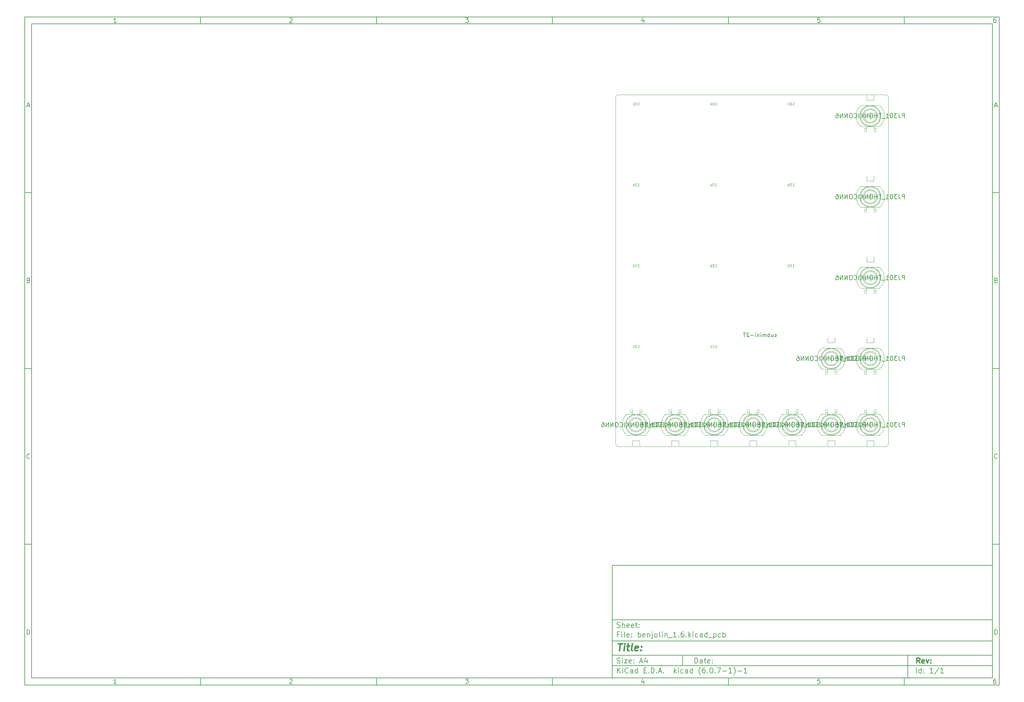
<source format=gbr>
%TF.GenerationSoftware,KiCad,Pcbnew,(6.0.7-1)-1*%
%TF.CreationDate,2022-10-07T09:47:06+07:00*%
%TF.ProjectId,benjolin_1.6,62656e6a-6f6c-4696-9e5f-312e362e6b69,rev?*%
%TF.SameCoordinates,Original*%
%TF.FileFunction,AssemblyDrawing,Bot*%
%FSLAX46Y46*%
G04 Gerber Fmt 4.6, Leading zero omitted, Abs format (unit mm)*
G04 Created by KiCad (PCBNEW (6.0.7-1)-1) date 2022-10-07 09:47:06*
%MOMM*%
%LPD*%
G01*
G04 APERTURE LIST*
%ADD10C,0.100000*%
%ADD11C,0.150000*%
%ADD12C,0.300000*%
%ADD13C,0.400000*%
%TA.AperFunction,Profile*%
%ADD14C,0.100000*%
%TD*%
%ADD15C,0.152400*%
%ADD16C,0.101600*%
%ADD17C,0.120000*%
G04 APERTURE END LIST*
D10*
D11*
X177002200Y-166007200D02*
X177002200Y-198007200D01*
X285002200Y-198007200D01*
X285002200Y-166007200D01*
X177002200Y-166007200D01*
D10*
D11*
X10000000Y-10000000D02*
X10000000Y-200007200D01*
X287002200Y-200007200D01*
X287002200Y-10000000D01*
X10000000Y-10000000D01*
D10*
D11*
X12000000Y-12000000D02*
X12000000Y-198007200D01*
X285002200Y-198007200D01*
X285002200Y-12000000D01*
X12000000Y-12000000D01*
D10*
D11*
X60000000Y-12000000D02*
X60000000Y-10000000D01*
D10*
D11*
X110000000Y-12000000D02*
X110000000Y-10000000D01*
D10*
D11*
X160000000Y-12000000D02*
X160000000Y-10000000D01*
D10*
D11*
X210000000Y-12000000D02*
X210000000Y-10000000D01*
D10*
D11*
X260000000Y-12000000D02*
X260000000Y-10000000D01*
D10*
D11*
X36065476Y-11588095D02*
X35322619Y-11588095D01*
X35694047Y-11588095D02*
X35694047Y-10288095D01*
X35570238Y-10473809D01*
X35446428Y-10597619D01*
X35322619Y-10659523D01*
D10*
D11*
X85322619Y-10411904D02*
X85384523Y-10350000D01*
X85508333Y-10288095D01*
X85817857Y-10288095D01*
X85941666Y-10350000D01*
X86003571Y-10411904D01*
X86065476Y-10535714D01*
X86065476Y-10659523D01*
X86003571Y-10845238D01*
X85260714Y-11588095D01*
X86065476Y-11588095D01*
D10*
D11*
X135260714Y-10288095D02*
X136065476Y-10288095D01*
X135632142Y-10783333D01*
X135817857Y-10783333D01*
X135941666Y-10845238D01*
X136003571Y-10907142D01*
X136065476Y-11030952D01*
X136065476Y-11340476D01*
X136003571Y-11464285D01*
X135941666Y-11526190D01*
X135817857Y-11588095D01*
X135446428Y-11588095D01*
X135322619Y-11526190D01*
X135260714Y-11464285D01*
D10*
D11*
X185941666Y-10721428D02*
X185941666Y-11588095D01*
X185632142Y-10226190D02*
X185322619Y-11154761D01*
X186127380Y-11154761D01*
D10*
D11*
X236003571Y-10288095D02*
X235384523Y-10288095D01*
X235322619Y-10907142D01*
X235384523Y-10845238D01*
X235508333Y-10783333D01*
X235817857Y-10783333D01*
X235941666Y-10845238D01*
X236003571Y-10907142D01*
X236065476Y-11030952D01*
X236065476Y-11340476D01*
X236003571Y-11464285D01*
X235941666Y-11526190D01*
X235817857Y-11588095D01*
X235508333Y-11588095D01*
X235384523Y-11526190D01*
X235322619Y-11464285D01*
D10*
D11*
X285941666Y-10288095D02*
X285694047Y-10288095D01*
X285570238Y-10350000D01*
X285508333Y-10411904D01*
X285384523Y-10597619D01*
X285322619Y-10845238D01*
X285322619Y-11340476D01*
X285384523Y-11464285D01*
X285446428Y-11526190D01*
X285570238Y-11588095D01*
X285817857Y-11588095D01*
X285941666Y-11526190D01*
X286003571Y-11464285D01*
X286065476Y-11340476D01*
X286065476Y-11030952D01*
X286003571Y-10907142D01*
X285941666Y-10845238D01*
X285817857Y-10783333D01*
X285570238Y-10783333D01*
X285446428Y-10845238D01*
X285384523Y-10907142D01*
X285322619Y-11030952D01*
D10*
D11*
X60000000Y-198007200D02*
X60000000Y-200007200D01*
D10*
D11*
X110000000Y-198007200D02*
X110000000Y-200007200D01*
D10*
D11*
X160000000Y-198007200D02*
X160000000Y-200007200D01*
D10*
D11*
X210000000Y-198007200D02*
X210000000Y-200007200D01*
D10*
D11*
X260000000Y-198007200D02*
X260000000Y-200007200D01*
D10*
D11*
X36065476Y-199595295D02*
X35322619Y-199595295D01*
X35694047Y-199595295D02*
X35694047Y-198295295D01*
X35570238Y-198481009D01*
X35446428Y-198604819D01*
X35322619Y-198666723D01*
D10*
D11*
X85322619Y-198419104D02*
X85384523Y-198357200D01*
X85508333Y-198295295D01*
X85817857Y-198295295D01*
X85941666Y-198357200D01*
X86003571Y-198419104D01*
X86065476Y-198542914D01*
X86065476Y-198666723D01*
X86003571Y-198852438D01*
X85260714Y-199595295D01*
X86065476Y-199595295D01*
D10*
D11*
X135260714Y-198295295D02*
X136065476Y-198295295D01*
X135632142Y-198790533D01*
X135817857Y-198790533D01*
X135941666Y-198852438D01*
X136003571Y-198914342D01*
X136065476Y-199038152D01*
X136065476Y-199347676D01*
X136003571Y-199471485D01*
X135941666Y-199533390D01*
X135817857Y-199595295D01*
X135446428Y-199595295D01*
X135322619Y-199533390D01*
X135260714Y-199471485D01*
D10*
D11*
X185941666Y-198728628D02*
X185941666Y-199595295D01*
X185632142Y-198233390D02*
X185322619Y-199161961D01*
X186127380Y-199161961D01*
D10*
D11*
X236003571Y-198295295D02*
X235384523Y-198295295D01*
X235322619Y-198914342D01*
X235384523Y-198852438D01*
X235508333Y-198790533D01*
X235817857Y-198790533D01*
X235941666Y-198852438D01*
X236003571Y-198914342D01*
X236065476Y-199038152D01*
X236065476Y-199347676D01*
X236003571Y-199471485D01*
X235941666Y-199533390D01*
X235817857Y-199595295D01*
X235508333Y-199595295D01*
X235384523Y-199533390D01*
X235322619Y-199471485D01*
D10*
D11*
X285941666Y-198295295D02*
X285694047Y-198295295D01*
X285570238Y-198357200D01*
X285508333Y-198419104D01*
X285384523Y-198604819D01*
X285322619Y-198852438D01*
X285322619Y-199347676D01*
X285384523Y-199471485D01*
X285446428Y-199533390D01*
X285570238Y-199595295D01*
X285817857Y-199595295D01*
X285941666Y-199533390D01*
X286003571Y-199471485D01*
X286065476Y-199347676D01*
X286065476Y-199038152D01*
X286003571Y-198914342D01*
X285941666Y-198852438D01*
X285817857Y-198790533D01*
X285570238Y-198790533D01*
X285446428Y-198852438D01*
X285384523Y-198914342D01*
X285322619Y-199038152D01*
D10*
D11*
X10000000Y-60000000D02*
X12000000Y-60000000D01*
D10*
D11*
X10000000Y-110000000D02*
X12000000Y-110000000D01*
D10*
D11*
X10000000Y-160000000D02*
X12000000Y-160000000D01*
D10*
D11*
X10690476Y-35216666D02*
X11309523Y-35216666D01*
X10566666Y-35588095D02*
X11000000Y-34288095D01*
X11433333Y-35588095D01*
D10*
D11*
X11092857Y-84907142D02*
X11278571Y-84969047D01*
X11340476Y-85030952D01*
X11402380Y-85154761D01*
X11402380Y-85340476D01*
X11340476Y-85464285D01*
X11278571Y-85526190D01*
X11154761Y-85588095D01*
X10659523Y-85588095D01*
X10659523Y-84288095D01*
X11092857Y-84288095D01*
X11216666Y-84350000D01*
X11278571Y-84411904D01*
X11340476Y-84535714D01*
X11340476Y-84659523D01*
X11278571Y-84783333D01*
X11216666Y-84845238D01*
X11092857Y-84907142D01*
X10659523Y-84907142D01*
D10*
D11*
X11402380Y-135464285D02*
X11340476Y-135526190D01*
X11154761Y-135588095D01*
X11030952Y-135588095D01*
X10845238Y-135526190D01*
X10721428Y-135402380D01*
X10659523Y-135278571D01*
X10597619Y-135030952D01*
X10597619Y-134845238D01*
X10659523Y-134597619D01*
X10721428Y-134473809D01*
X10845238Y-134350000D01*
X11030952Y-134288095D01*
X11154761Y-134288095D01*
X11340476Y-134350000D01*
X11402380Y-134411904D01*
D10*
D11*
X10659523Y-185588095D02*
X10659523Y-184288095D01*
X10969047Y-184288095D01*
X11154761Y-184350000D01*
X11278571Y-184473809D01*
X11340476Y-184597619D01*
X11402380Y-184845238D01*
X11402380Y-185030952D01*
X11340476Y-185278571D01*
X11278571Y-185402380D01*
X11154761Y-185526190D01*
X10969047Y-185588095D01*
X10659523Y-185588095D01*
D10*
D11*
X287002200Y-60000000D02*
X285002200Y-60000000D01*
D10*
D11*
X287002200Y-110000000D02*
X285002200Y-110000000D01*
D10*
D11*
X287002200Y-160000000D02*
X285002200Y-160000000D01*
D10*
D11*
X285692676Y-35216666D02*
X286311723Y-35216666D01*
X285568866Y-35588095D02*
X286002200Y-34288095D01*
X286435533Y-35588095D01*
D10*
D11*
X286095057Y-84907142D02*
X286280771Y-84969047D01*
X286342676Y-85030952D01*
X286404580Y-85154761D01*
X286404580Y-85340476D01*
X286342676Y-85464285D01*
X286280771Y-85526190D01*
X286156961Y-85588095D01*
X285661723Y-85588095D01*
X285661723Y-84288095D01*
X286095057Y-84288095D01*
X286218866Y-84350000D01*
X286280771Y-84411904D01*
X286342676Y-84535714D01*
X286342676Y-84659523D01*
X286280771Y-84783333D01*
X286218866Y-84845238D01*
X286095057Y-84907142D01*
X285661723Y-84907142D01*
D10*
D11*
X286404580Y-135464285D02*
X286342676Y-135526190D01*
X286156961Y-135588095D01*
X286033152Y-135588095D01*
X285847438Y-135526190D01*
X285723628Y-135402380D01*
X285661723Y-135278571D01*
X285599819Y-135030952D01*
X285599819Y-134845238D01*
X285661723Y-134597619D01*
X285723628Y-134473809D01*
X285847438Y-134350000D01*
X286033152Y-134288095D01*
X286156961Y-134288095D01*
X286342676Y-134350000D01*
X286404580Y-134411904D01*
D10*
D11*
X285661723Y-185588095D02*
X285661723Y-184288095D01*
X285971247Y-184288095D01*
X286156961Y-184350000D01*
X286280771Y-184473809D01*
X286342676Y-184597619D01*
X286404580Y-184845238D01*
X286404580Y-185030952D01*
X286342676Y-185278571D01*
X286280771Y-185402380D01*
X286156961Y-185526190D01*
X285971247Y-185588095D01*
X285661723Y-185588095D01*
D10*
D11*
X200434342Y-193785771D02*
X200434342Y-192285771D01*
X200791485Y-192285771D01*
X201005771Y-192357200D01*
X201148628Y-192500057D01*
X201220057Y-192642914D01*
X201291485Y-192928628D01*
X201291485Y-193142914D01*
X201220057Y-193428628D01*
X201148628Y-193571485D01*
X201005771Y-193714342D01*
X200791485Y-193785771D01*
X200434342Y-193785771D01*
X202577200Y-193785771D02*
X202577200Y-193000057D01*
X202505771Y-192857200D01*
X202362914Y-192785771D01*
X202077200Y-192785771D01*
X201934342Y-192857200D01*
X202577200Y-193714342D02*
X202434342Y-193785771D01*
X202077200Y-193785771D01*
X201934342Y-193714342D01*
X201862914Y-193571485D01*
X201862914Y-193428628D01*
X201934342Y-193285771D01*
X202077200Y-193214342D01*
X202434342Y-193214342D01*
X202577200Y-193142914D01*
X203077200Y-192785771D02*
X203648628Y-192785771D01*
X203291485Y-192285771D02*
X203291485Y-193571485D01*
X203362914Y-193714342D01*
X203505771Y-193785771D01*
X203648628Y-193785771D01*
X204720057Y-193714342D02*
X204577200Y-193785771D01*
X204291485Y-193785771D01*
X204148628Y-193714342D01*
X204077200Y-193571485D01*
X204077200Y-193000057D01*
X204148628Y-192857200D01*
X204291485Y-192785771D01*
X204577200Y-192785771D01*
X204720057Y-192857200D01*
X204791485Y-193000057D01*
X204791485Y-193142914D01*
X204077200Y-193285771D01*
X205434342Y-193642914D02*
X205505771Y-193714342D01*
X205434342Y-193785771D01*
X205362914Y-193714342D01*
X205434342Y-193642914D01*
X205434342Y-193785771D01*
X205434342Y-192857200D02*
X205505771Y-192928628D01*
X205434342Y-193000057D01*
X205362914Y-192928628D01*
X205434342Y-192857200D01*
X205434342Y-193000057D01*
D10*
D11*
X177002200Y-194507200D02*
X285002200Y-194507200D01*
D10*
D11*
X178434342Y-196585771D02*
X178434342Y-195085771D01*
X179291485Y-196585771D02*
X178648628Y-195728628D01*
X179291485Y-195085771D02*
X178434342Y-195942914D01*
X179934342Y-196585771D02*
X179934342Y-195585771D01*
X179934342Y-195085771D02*
X179862914Y-195157200D01*
X179934342Y-195228628D01*
X180005771Y-195157200D01*
X179934342Y-195085771D01*
X179934342Y-195228628D01*
X181505771Y-196442914D02*
X181434342Y-196514342D01*
X181220057Y-196585771D01*
X181077200Y-196585771D01*
X180862914Y-196514342D01*
X180720057Y-196371485D01*
X180648628Y-196228628D01*
X180577200Y-195942914D01*
X180577200Y-195728628D01*
X180648628Y-195442914D01*
X180720057Y-195300057D01*
X180862914Y-195157200D01*
X181077200Y-195085771D01*
X181220057Y-195085771D01*
X181434342Y-195157200D01*
X181505771Y-195228628D01*
X182791485Y-196585771D02*
X182791485Y-195800057D01*
X182720057Y-195657200D01*
X182577200Y-195585771D01*
X182291485Y-195585771D01*
X182148628Y-195657200D01*
X182791485Y-196514342D02*
X182648628Y-196585771D01*
X182291485Y-196585771D01*
X182148628Y-196514342D01*
X182077200Y-196371485D01*
X182077200Y-196228628D01*
X182148628Y-196085771D01*
X182291485Y-196014342D01*
X182648628Y-196014342D01*
X182791485Y-195942914D01*
X184148628Y-196585771D02*
X184148628Y-195085771D01*
X184148628Y-196514342D02*
X184005771Y-196585771D01*
X183720057Y-196585771D01*
X183577200Y-196514342D01*
X183505771Y-196442914D01*
X183434342Y-196300057D01*
X183434342Y-195871485D01*
X183505771Y-195728628D01*
X183577200Y-195657200D01*
X183720057Y-195585771D01*
X184005771Y-195585771D01*
X184148628Y-195657200D01*
X186005771Y-195800057D02*
X186505771Y-195800057D01*
X186720057Y-196585771D02*
X186005771Y-196585771D01*
X186005771Y-195085771D01*
X186720057Y-195085771D01*
X187362914Y-196442914D02*
X187434342Y-196514342D01*
X187362914Y-196585771D01*
X187291485Y-196514342D01*
X187362914Y-196442914D01*
X187362914Y-196585771D01*
X188077200Y-196585771D02*
X188077200Y-195085771D01*
X188434342Y-195085771D01*
X188648628Y-195157200D01*
X188791485Y-195300057D01*
X188862914Y-195442914D01*
X188934342Y-195728628D01*
X188934342Y-195942914D01*
X188862914Y-196228628D01*
X188791485Y-196371485D01*
X188648628Y-196514342D01*
X188434342Y-196585771D01*
X188077200Y-196585771D01*
X189577200Y-196442914D02*
X189648628Y-196514342D01*
X189577200Y-196585771D01*
X189505771Y-196514342D01*
X189577200Y-196442914D01*
X189577200Y-196585771D01*
X190220057Y-196157200D02*
X190934342Y-196157200D01*
X190077200Y-196585771D02*
X190577200Y-195085771D01*
X191077200Y-196585771D01*
X191577200Y-196442914D02*
X191648628Y-196514342D01*
X191577200Y-196585771D01*
X191505771Y-196514342D01*
X191577200Y-196442914D01*
X191577200Y-196585771D01*
X194577200Y-196585771D02*
X194577200Y-195085771D01*
X194720057Y-196014342D02*
X195148628Y-196585771D01*
X195148628Y-195585771D02*
X194577200Y-196157200D01*
X195791485Y-196585771D02*
X195791485Y-195585771D01*
X195791485Y-195085771D02*
X195720057Y-195157200D01*
X195791485Y-195228628D01*
X195862914Y-195157200D01*
X195791485Y-195085771D01*
X195791485Y-195228628D01*
X197148628Y-196514342D02*
X197005771Y-196585771D01*
X196720057Y-196585771D01*
X196577200Y-196514342D01*
X196505771Y-196442914D01*
X196434342Y-196300057D01*
X196434342Y-195871485D01*
X196505771Y-195728628D01*
X196577200Y-195657200D01*
X196720057Y-195585771D01*
X197005771Y-195585771D01*
X197148628Y-195657200D01*
X198434342Y-196585771D02*
X198434342Y-195800057D01*
X198362914Y-195657200D01*
X198220057Y-195585771D01*
X197934342Y-195585771D01*
X197791485Y-195657200D01*
X198434342Y-196514342D02*
X198291485Y-196585771D01*
X197934342Y-196585771D01*
X197791485Y-196514342D01*
X197720057Y-196371485D01*
X197720057Y-196228628D01*
X197791485Y-196085771D01*
X197934342Y-196014342D01*
X198291485Y-196014342D01*
X198434342Y-195942914D01*
X199791485Y-196585771D02*
X199791485Y-195085771D01*
X199791485Y-196514342D02*
X199648628Y-196585771D01*
X199362914Y-196585771D01*
X199220057Y-196514342D01*
X199148628Y-196442914D01*
X199077200Y-196300057D01*
X199077200Y-195871485D01*
X199148628Y-195728628D01*
X199220057Y-195657200D01*
X199362914Y-195585771D01*
X199648628Y-195585771D01*
X199791485Y-195657200D01*
X202077200Y-197157200D02*
X202005771Y-197085771D01*
X201862914Y-196871485D01*
X201791485Y-196728628D01*
X201720057Y-196514342D01*
X201648628Y-196157200D01*
X201648628Y-195871485D01*
X201720057Y-195514342D01*
X201791485Y-195300057D01*
X201862914Y-195157200D01*
X202005771Y-194942914D01*
X202077200Y-194871485D01*
X203291485Y-195085771D02*
X203005771Y-195085771D01*
X202862914Y-195157200D01*
X202791485Y-195228628D01*
X202648628Y-195442914D01*
X202577200Y-195728628D01*
X202577200Y-196300057D01*
X202648628Y-196442914D01*
X202720057Y-196514342D01*
X202862914Y-196585771D01*
X203148628Y-196585771D01*
X203291485Y-196514342D01*
X203362914Y-196442914D01*
X203434342Y-196300057D01*
X203434342Y-195942914D01*
X203362914Y-195800057D01*
X203291485Y-195728628D01*
X203148628Y-195657200D01*
X202862914Y-195657200D01*
X202720057Y-195728628D01*
X202648628Y-195800057D01*
X202577200Y-195942914D01*
X204077200Y-196442914D02*
X204148628Y-196514342D01*
X204077200Y-196585771D01*
X204005771Y-196514342D01*
X204077200Y-196442914D01*
X204077200Y-196585771D01*
X205077200Y-195085771D02*
X205220057Y-195085771D01*
X205362914Y-195157200D01*
X205434342Y-195228628D01*
X205505771Y-195371485D01*
X205577200Y-195657200D01*
X205577200Y-196014342D01*
X205505771Y-196300057D01*
X205434342Y-196442914D01*
X205362914Y-196514342D01*
X205220057Y-196585771D01*
X205077200Y-196585771D01*
X204934342Y-196514342D01*
X204862914Y-196442914D01*
X204791485Y-196300057D01*
X204720057Y-196014342D01*
X204720057Y-195657200D01*
X204791485Y-195371485D01*
X204862914Y-195228628D01*
X204934342Y-195157200D01*
X205077200Y-195085771D01*
X206220057Y-196442914D02*
X206291485Y-196514342D01*
X206220057Y-196585771D01*
X206148628Y-196514342D01*
X206220057Y-196442914D01*
X206220057Y-196585771D01*
X206791485Y-195085771D02*
X207791485Y-195085771D01*
X207148628Y-196585771D01*
X208362914Y-196014342D02*
X209505771Y-196014342D01*
X211005771Y-196585771D02*
X210148628Y-196585771D01*
X210577200Y-196585771D02*
X210577200Y-195085771D01*
X210434342Y-195300057D01*
X210291485Y-195442914D01*
X210148628Y-195514342D01*
X211505771Y-197157200D02*
X211577200Y-197085771D01*
X211720057Y-196871485D01*
X211791485Y-196728628D01*
X211862914Y-196514342D01*
X211934342Y-196157200D01*
X211934342Y-195871485D01*
X211862914Y-195514342D01*
X211791485Y-195300057D01*
X211720057Y-195157200D01*
X211577200Y-194942914D01*
X211505771Y-194871485D01*
X212648628Y-196014342D02*
X213791485Y-196014342D01*
X215291485Y-196585771D02*
X214434342Y-196585771D01*
X214862914Y-196585771D02*
X214862914Y-195085771D01*
X214720057Y-195300057D01*
X214577200Y-195442914D01*
X214434342Y-195514342D01*
D10*
D11*
X177002200Y-191507200D02*
X285002200Y-191507200D01*
D10*
D12*
X264411485Y-193785771D02*
X263911485Y-193071485D01*
X263554342Y-193785771D02*
X263554342Y-192285771D01*
X264125771Y-192285771D01*
X264268628Y-192357200D01*
X264340057Y-192428628D01*
X264411485Y-192571485D01*
X264411485Y-192785771D01*
X264340057Y-192928628D01*
X264268628Y-193000057D01*
X264125771Y-193071485D01*
X263554342Y-193071485D01*
X265625771Y-193714342D02*
X265482914Y-193785771D01*
X265197200Y-193785771D01*
X265054342Y-193714342D01*
X264982914Y-193571485D01*
X264982914Y-193000057D01*
X265054342Y-192857200D01*
X265197200Y-192785771D01*
X265482914Y-192785771D01*
X265625771Y-192857200D01*
X265697200Y-193000057D01*
X265697200Y-193142914D01*
X264982914Y-193285771D01*
X266197200Y-192785771D02*
X266554342Y-193785771D01*
X266911485Y-192785771D01*
X267482914Y-193642914D02*
X267554342Y-193714342D01*
X267482914Y-193785771D01*
X267411485Y-193714342D01*
X267482914Y-193642914D01*
X267482914Y-193785771D01*
X267482914Y-192857200D02*
X267554342Y-192928628D01*
X267482914Y-193000057D01*
X267411485Y-192928628D01*
X267482914Y-192857200D01*
X267482914Y-193000057D01*
D10*
D11*
X178362914Y-193714342D02*
X178577200Y-193785771D01*
X178934342Y-193785771D01*
X179077200Y-193714342D01*
X179148628Y-193642914D01*
X179220057Y-193500057D01*
X179220057Y-193357200D01*
X179148628Y-193214342D01*
X179077200Y-193142914D01*
X178934342Y-193071485D01*
X178648628Y-193000057D01*
X178505771Y-192928628D01*
X178434342Y-192857200D01*
X178362914Y-192714342D01*
X178362914Y-192571485D01*
X178434342Y-192428628D01*
X178505771Y-192357200D01*
X178648628Y-192285771D01*
X179005771Y-192285771D01*
X179220057Y-192357200D01*
X179862914Y-193785771D02*
X179862914Y-192785771D01*
X179862914Y-192285771D02*
X179791485Y-192357200D01*
X179862914Y-192428628D01*
X179934342Y-192357200D01*
X179862914Y-192285771D01*
X179862914Y-192428628D01*
X180434342Y-192785771D02*
X181220057Y-192785771D01*
X180434342Y-193785771D01*
X181220057Y-193785771D01*
X182362914Y-193714342D02*
X182220057Y-193785771D01*
X181934342Y-193785771D01*
X181791485Y-193714342D01*
X181720057Y-193571485D01*
X181720057Y-193000057D01*
X181791485Y-192857200D01*
X181934342Y-192785771D01*
X182220057Y-192785771D01*
X182362914Y-192857200D01*
X182434342Y-193000057D01*
X182434342Y-193142914D01*
X181720057Y-193285771D01*
X183077200Y-193642914D02*
X183148628Y-193714342D01*
X183077200Y-193785771D01*
X183005771Y-193714342D01*
X183077200Y-193642914D01*
X183077200Y-193785771D01*
X183077200Y-192857200D02*
X183148628Y-192928628D01*
X183077200Y-193000057D01*
X183005771Y-192928628D01*
X183077200Y-192857200D01*
X183077200Y-193000057D01*
X184862914Y-193357200D02*
X185577200Y-193357200D01*
X184720057Y-193785771D02*
X185220057Y-192285771D01*
X185720057Y-193785771D01*
X186862914Y-192785771D02*
X186862914Y-193785771D01*
X186505771Y-192214342D02*
X186148628Y-193285771D01*
X187077200Y-193285771D01*
D10*
D11*
X263434342Y-196585771D02*
X263434342Y-195085771D01*
X264791485Y-196585771D02*
X264791485Y-195085771D01*
X264791485Y-196514342D02*
X264648628Y-196585771D01*
X264362914Y-196585771D01*
X264220057Y-196514342D01*
X264148628Y-196442914D01*
X264077200Y-196300057D01*
X264077200Y-195871485D01*
X264148628Y-195728628D01*
X264220057Y-195657200D01*
X264362914Y-195585771D01*
X264648628Y-195585771D01*
X264791485Y-195657200D01*
X265505771Y-196442914D02*
X265577200Y-196514342D01*
X265505771Y-196585771D01*
X265434342Y-196514342D01*
X265505771Y-196442914D01*
X265505771Y-196585771D01*
X265505771Y-195657200D02*
X265577200Y-195728628D01*
X265505771Y-195800057D01*
X265434342Y-195728628D01*
X265505771Y-195657200D01*
X265505771Y-195800057D01*
X268148628Y-196585771D02*
X267291485Y-196585771D01*
X267720057Y-196585771D02*
X267720057Y-195085771D01*
X267577200Y-195300057D01*
X267434342Y-195442914D01*
X267291485Y-195514342D01*
X269862914Y-195014342D02*
X268577200Y-196942914D01*
X271148628Y-196585771D02*
X270291485Y-196585771D01*
X270720057Y-196585771D02*
X270720057Y-195085771D01*
X270577200Y-195300057D01*
X270434342Y-195442914D01*
X270291485Y-195514342D01*
D10*
D11*
X177002200Y-187507200D02*
X285002200Y-187507200D01*
D10*
D13*
X178714580Y-188211961D02*
X179857438Y-188211961D01*
X179036009Y-190211961D02*
X179286009Y-188211961D01*
X180274104Y-190211961D02*
X180440771Y-188878628D01*
X180524104Y-188211961D02*
X180416961Y-188307200D01*
X180500295Y-188402438D01*
X180607438Y-188307200D01*
X180524104Y-188211961D01*
X180500295Y-188402438D01*
X181107438Y-188878628D02*
X181869342Y-188878628D01*
X181476485Y-188211961D02*
X181262200Y-189926247D01*
X181333628Y-190116723D01*
X181512200Y-190211961D01*
X181702676Y-190211961D01*
X182655057Y-190211961D02*
X182476485Y-190116723D01*
X182405057Y-189926247D01*
X182619342Y-188211961D01*
X184190771Y-190116723D02*
X183988390Y-190211961D01*
X183607438Y-190211961D01*
X183428866Y-190116723D01*
X183357438Y-189926247D01*
X183452676Y-189164342D01*
X183571723Y-188973866D01*
X183774104Y-188878628D01*
X184155057Y-188878628D01*
X184333628Y-188973866D01*
X184405057Y-189164342D01*
X184381247Y-189354819D01*
X183405057Y-189545295D01*
X185155057Y-190021485D02*
X185238390Y-190116723D01*
X185131247Y-190211961D01*
X185047914Y-190116723D01*
X185155057Y-190021485D01*
X185131247Y-190211961D01*
X185286009Y-188973866D02*
X185369342Y-189069104D01*
X185262200Y-189164342D01*
X185178866Y-189069104D01*
X185286009Y-188973866D01*
X185262200Y-189164342D01*
D10*
D11*
X178934342Y-185600057D02*
X178434342Y-185600057D01*
X178434342Y-186385771D02*
X178434342Y-184885771D01*
X179148628Y-184885771D01*
X179720057Y-186385771D02*
X179720057Y-185385771D01*
X179720057Y-184885771D02*
X179648628Y-184957200D01*
X179720057Y-185028628D01*
X179791485Y-184957200D01*
X179720057Y-184885771D01*
X179720057Y-185028628D01*
X180648628Y-186385771D02*
X180505771Y-186314342D01*
X180434342Y-186171485D01*
X180434342Y-184885771D01*
X181791485Y-186314342D02*
X181648628Y-186385771D01*
X181362914Y-186385771D01*
X181220057Y-186314342D01*
X181148628Y-186171485D01*
X181148628Y-185600057D01*
X181220057Y-185457200D01*
X181362914Y-185385771D01*
X181648628Y-185385771D01*
X181791485Y-185457200D01*
X181862914Y-185600057D01*
X181862914Y-185742914D01*
X181148628Y-185885771D01*
X182505771Y-186242914D02*
X182577200Y-186314342D01*
X182505771Y-186385771D01*
X182434342Y-186314342D01*
X182505771Y-186242914D01*
X182505771Y-186385771D01*
X182505771Y-185457200D02*
X182577200Y-185528628D01*
X182505771Y-185600057D01*
X182434342Y-185528628D01*
X182505771Y-185457200D01*
X182505771Y-185600057D01*
X184362914Y-186385771D02*
X184362914Y-184885771D01*
X184362914Y-185457200D02*
X184505771Y-185385771D01*
X184791485Y-185385771D01*
X184934342Y-185457200D01*
X185005771Y-185528628D01*
X185077200Y-185671485D01*
X185077200Y-186100057D01*
X185005771Y-186242914D01*
X184934342Y-186314342D01*
X184791485Y-186385771D01*
X184505771Y-186385771D01*
X184362914Y-186314342D01*
X186291485Y-186314342D02*
X186148628Y-186385771D01*
X185862914Y-186385771D01*
X185720057Y-186314342D01*
X185648628Y-186171485D01*
X185648628Y-185600057D01*
X185720057Y-185457200D01*
X185862914Y-185385771D01*
X186148628Y-185385771D01*
X186291485Y-185457200D01*
X186362914Y-185600057D01*
X186362914Y-185742914D01*
X185648628Y-185885771D01*
X187005771Y-185385771D02*
X187005771Y-186385771D01*
X187005771Y-185528628D02*
X187077200Y-185457200D01*
X187220057Y-185385771D01*
X187434342Y-185385771D01*
X187577200Y-185457200D01*
X187648628Y-185600057D01*
X187648628Y-186385771D01*
X188362914Y-185385771D02*
X188362914Y-186671485D01*
X188291485Y-186814342D01*
X188148628Y-186885771D01*
X188077200Y-186885771D01*
X188362914Y-184885771D02*
X188291485Y-184957200D01*
X188362914Y-185028628D01*
X188434342Y-184957200D01*
X188362914Y-184885771D01*
X188362914Y-185028628D01*
X189291485Y-186385771D02*
X189148628Y-186314342D01*
X189077200Y-186242914D01*
X189005771Y-186100057D01*
X189005771Y-185671485D01*
X189077200Y-185528628D01*
X189148628Y-185457200D01*
X189291485Y-185385771D01*
X189505771Y-185385771D01*
X189648628Y-185457200D01*
X189720057Y-185528628D01*
X189791485Y-185671485D01*
X189791485Y-186100057D01*
X189720057Y-186242914D01*
X189648628Y-186314342D01*
X189505771Y-186385771D01*
X189291485Y-186385771D01*
X190648628Y-186385771D02*
X190505771Y-186314342D01*
X190434342Y-186171485D01*
X190434342Y-184885771D01*
X191220057Y-186385771D02*
X191220057Y-185385771D01*
X191220057Y-184885771D02*
X191148628Y-184957200D01*
X191220057Y-185028628D01*
X191291485Y-184957200D01*
X191220057Y-184885771D01*
X191220057Y-185028628D01*
X191934342Y-185385771D02*
X191934342Y-186385771D01*
X191934342Y-185528628D02*
X192005771Y-185457200D01*
X192148628Y-185385771D01*
X192362914Y-185385771D01*
X192505771Y-185457200D01*
X192577200Y-185600057D01*
X192577200Y-186385771D01*
X192934342Y-186528628D02*
X194077200Y-186528628D01*
X195220057Y-186385771D02*
X194362914Y-186385771D01*
X194791485Y-186385771D02*
X194791485Y-184885771D01*
X194648628Y-185100057D01*
X194505771Y-185242914D01*
X194362914Y-185314342D01*
X195862914Y-186242914D02*
X195934342Y-186314342D01*
X195862914Y-186385771D01*
X195791485Y-186314342D01*
X195862914Y-186242914D01*
X195862914Y-186385771D01*
X197220057Y-184885771D02*
X196934342Y-184885771D01*
X196791485Y-184957200D01*
X196720057Y-185028628D01*
X196577200Y-185242914D01*
X196505771Y-185528628D01*
X196505771Y-186100057D01*
X196577200Y-186242914D01*
X196648628Y-186314342D01*
X196791485Y-186385771D01*
X197077200Y-186385771D01*
X197220057Y-186314342D01*
X197291485Y-186242914D01*
X197362914Y-186100057D01*
X197362914Y-185742914D01*
X197291485Y-185600057D01*
X197220057Y-185528628D01*
X197077200Y-185457200D01*
X196791485Y-185457200D01*
X196648628Y-185528628D01*
X196577200Y-185600057D01*
X196505771Y-185742914D01*
X198005771Y-186242914D02*
X198077200Y-186314342D01*
X198005771Y-186385771D01*
X197934342Y-186314342D01*
X198005771Y-186242914D01*
X198005771Y-186385771D01*
X198720057Y-186385771D02*
X198720057Y-184885771D01*
X198862914Y-185814342D02*
X199291485Y-186385771D01*
X199291485Y-185385771D02*
X198720057Y-185957200D01*
X199934342Y-186385771D02*
X199934342Y-185385771D01*
X199934342Y-184885771D02*
X199862914Y-184957200D01*
X199934342Y-185028628D01*
X200005771Y-184957200D01*
X199934342Y-184885771D01*
X199934342Y-185028628D01*
X201291485Y-186314342D02*
X201148628Y-186385771D01*
X200862914Y-186385771D01*
X200720057Y-186314342D01*
X200648628Y-186242914D01*
X200577200Y-186100057D01*
X200577200Y-185671485D01*
X200648628Y-185528628D01*
X200720057Y-185457200D01*
X200862914Y-185385771D01*
X201148628Y-185385771D01*
X201291485Y-185457200D01*
X202577200Y-186385771D02*
X202577200Y-185600057D01*
X202505771Y-185457200D01*
X202362914Y-185385771D01*
X202077200Y-185385771D01*
X201934342Y-185457200D01*
X202577200Y-186314342D02*
X202434342Y-186385771D01*
X202077200Y-186385771D01*
X201934342Y-186314342D01*
X201862914Y-186171485D01*
X201862914Y-186028628D01*
X201934342Y-185885771D01*
X202077200Y-185814342D01*
X202434342Y-185814342D01*
X202577200Y-185742914D01*
X203934342Y-186385771D02*
X203934342Y-184885771D01*
X203934342Y-186314342D02*
X203791485Y-186385771D01*
X203505771Y-186385771D01*
X203362914Y-186314342D01*
X203291485Y-186242914D01*
X203220057Y-186100057D01*
X203220057Y-185671485D01*
X203291485Y-185528628D01*
X203362914Y-185457200D01*
X203505771Y-185385771D01*
X203791485Y-185385771D01*
X203934342Y-185457200D01*
X204291485Y-186528628D02*
X205434342Y-186528628D01*
X205791485Y-185385771D02*
X205791485Y-186885771D01*
X205791485Y-185457200D02*
X205934342Y-185385771D01*
X206220057Y-185385771D01*
X206362914Y-185457200D01*
X206434342Y-185528628D01*
X206505771Y-185671485D01*
X206505771Y-186100057D01*
X206434342Y-186242914D01*
X206362914Y-186314342D01*
X206220057Y-186385771D01*
X205934342Y-186385771D01*
X205791485Y-186314342D01*
X207791485Y-186314342D02*
X207648628Y-186385771D01*
X207362914Y-186385771D01*
X207220057Y-186314342D01*
X207148628Y-186242914D01*
X207077200Y-186100057D01*
X207077200Y-185671485D01*
X207148628Y-185528628D01*
X207220057Y-185457200D01*
X207362914Y-185385771D01*
X207648628Y-185385771D01*
X207791485Y-185457200D01*
X208434342Y-186385771D02*
X208434342Y-184885771D01*
X208434342Y-185457200D02*
X208577200Y-185385771D01*
X208862914Y-185385771D01*
X209005771Y-185457200D01*
X209077200Y-185528628D01*
X209148628Y-185671485D01*
X209148628Y-186100057D01*
X209077200Y-186242914D01*
X209005771Y-186314342D01*
X208862914Y-186385771D01*
X208577200Y-186385771D01*
X208434342Y-186314342D01*
D10*
D11*
X177002200Y-181507200D02*
X285002200Y-181507200D01*
D10*
D11*
X178362914Y-183614342D02*
X178577200Y-183685771D01*
X178934342Y-183685771D01*
X179077200Y-183614342D01*
X179148628Y-183542914D01*
X179220057Y-183400057D01*
X179220057Y-183257200D01*
X179148628Y-183114342D01*
X179077200Y-183042914D01*
X178934342Y-182971485D01*
X178648628Y-182900057D01*
X178505771Y-182828628D01*
X178434342Y-182757200D01*
X178362914Y-182614342D01*
X178362914Y-182471485D01*
X178434342Y-182328628D01*
X178505771Y-182257200D01*
X178648628Y-182185771D01*
X179005771Y-182185771D01*
X179220057Y-182257200D01*
X179862914Y-183685771D02*
X179862914Y-182185771D01*
X180505771Y-183685771D02*
X180505771Y-182900057D01*
X180434342Y-182757200D01*
X180291485Y-182685771D01*
X180077200Y-182685771D01*
X179934342Y-182757200D01*
X179862914Y-182828628D01*
X181791485Y-183614342D02*
X181648628Y-183685771D01*
X181362914Y-183685771D01*
X181220057Y-183614342D01*
X181148628Y-183471485D01*
X181148628Y-182900057D01*
X181220057Y-182757200D01*
X181362914Y-182685771D01*
X181648628Y-182685771D01*
X181791485Y-182757200D01*
X181862914Y-182900057D01*
X181862914Y-183042914D01*
X181148628Y-183185771D01*
X183077200Y-183614342D02*
X182934342Y-183685771D01*
X182648628Y-183685771D01*
X182505771Y-183614342D01*
X182434342Y-183471485D01*
X182434342Y-182900057D01*
X182505771Y-182757200D01*
X182648628Y-182685771D01*
X182934342Y-182685771D01*
X183077200Y-182757200D01*
X183148628Y-182900057D01*
X183148628Y-183042914D01*
X182434342Y-183185771D01*
X183577200Y-182685771D02*
X184148628Y-182685771D01*
X183791485Y-182185771D02*
X183791485Y-183471485D01*
X183862914Y-183614342D01*
X184005771Y-183685771D01*
X184148628Y-183685771D01*
X184648628Y-183542914D02*
X184720057Y-183614342D01*
X184648628Y-183685771D01*
X184577200Y-183614342D01*
X184648628Y-183542914D01*
X184648628Y-183685771D01*
X184648628Y-182757200D02*
X184720057Y-182828628D01*
X184648628Y-182900057D01*
X184577200Y-182828628D01*
X184648628Y-182757200D01*
X184648628Y-182900057D01*
D10*
D12*
D10*
D11*
D10*
D11*
D10*
D11*
D10*
D11*
D10*
D11*
X197002200Y-191507200D02*
X197002200Y-194507200D01*
D10*
D11*
X261002200Y-191507200D02*
X261002200Y-198007200D01*
D14*
X255450614Y-32899678D02*
X255450000Y-131440000D01*
X254700614Y-32149678D02*
X178700000Y-32149678D01*
X178700000Y-132157000D02*
X254699204Y-132157000D01*
X254699209Y-132157495D02*
G75*
G03*
X255450000Y-131440000I-8128J760069D01*
G01*
X177950000Y-32899678D02*
X177950000Y-131407000D01*
X177950000Y-131407000D02*
G75*
G03*
X178700000Y-132157000I750000J0D01*
G01*
X178700000Y-32149700D02*
G75*
G03*
X177950000Y-32899678I0J-750000D01*
G01*
X255450613Y-32899678D02*
G75*
G03*
X254700614Y-32149678I-750018J-18D01*
G01*
D15*
%TO.C,SW1*%
X223678063Y-100933561D02*
X223571625Y-100986780D01*
X223358749Y-100986780D01*
X223252311Y-100933561D01*
X223199092Y-100827123D01*
X223199092Y-100773904D01*
X223252311Y-100667466D01*
X223358749Y-100614247D01*
X223518406Y-100614247D01*
X223624844Y-100561028D01*
X223678063Y-100454590D01*
X223678063Y-100401371D01*
X223624844Y-100294933D01*
X223518406Y-100241714D01*
X223358749Y-100241714D01*
X223252311Y-100294933D01*
X222241149Y-100241714D02*
X222241149Y-100986780D01*
X222720120Y-100241714D02*
X222720120Y-100827123D01*
X222666901Y-100933561D01*
X222560463Y-100986780D01*
X222400806Y-100986780D01*
X222294368Y-100933561D01*
X222241149Y-100880342D01*
X221708959Y-100986780D02*
X221708959Y-99869180D01*
X221708959Y-100294933D02*
X221602520Y-100241714D01*
X221389644Y-100241714D01*
X221283206Y-100294933D01*
X221229987Y-100348152D01*
X221176768Y-100454590D01*
X221176768Y-100773904D01*
X221229987Y-100880342D01*
X221283206Y-100933561D01*
X221389644Y-100986780D01*
X221602520Y-100986780D01*
X221708959Y-100933561D01*
X220697797Y-100986780D02*
X220697797Y-100241714D01*
X220697797Y-100348152D02*
X220644578Y-100294933D01*
X220538140Y-100241714D01*
X220378482Y-100241714D01*
X220272044Y-100294933D01*
X220218825Y-100401371D01*
X220218825Y-100986780D01*
X220218825Y-100401371D02*
X220165606Y-100294933D01*
X220059168Y-100241714D01*
X219899511Y-100241714D01*
X219793073Y-100294933D01*
X219739854Y-100401371D01*
X219739854Y-100986780D01*
X219207663Y-100986780D02*
X219207663Y-100241714D01*
X219207663Y-99869180D02*
X219260882Y-99922400D01*
X219207663Y-99975619D01*
X219154444Y-99922400D01*
X219207663Y-99869180D01*
X219207663Y-99975619D01*
X218675473Y-100241714D02*
X218675473Y-100986780D01*
X218675473Y-100348152D02*
X218622254Y-100294933D01*
X218515816Y-100241714D01*
X218356159Y-100241714D01*
X218249720Y-100294933D01*
X218196501Y-100401371D01*
X218196501Y-100986780D01*
X217664311Y-100986780D02*
X217664311Y-100241714D01*
X217664311Y-99869180D02*
X217717530Y-99922400D01*
X217664311Y-99975619D01*
X217611092Y-99922400D01*
X217664311Y-99869180D01*
X217664311Y-99975619D01*
X217132120Y-100561028D02*
X216280616Y-100561028D01*
X215801644Y-99975619D02*
X215748425Y-99922400D01*
X215641987Y-99869180D01*
X215375892Y-99869180D01*
X215269454Y-99922400D01*
X215216235Y-99975619D01*
X215163016Y-100082057D01*
X215163016Y-100188495D01*
X215216235Y-100348152D01*
X215854863Y-100986780D01*
X215163016Y-100986780D01*
X214843701Y-99869180D02*
X214205073Y-99869180D01*
X214524387Y-100986780D02*
X214524387Y-99869180D01*
D11*
%TO.C,J11*%
X248986669Y-107746223D02*
X248986669Y-106476223D01*
X248502860Y-106476223D01*
X248381907Y-106536700D01*
X248321431Y-106597176D01*
X248260955Y-106718128D01*
X248260955Y-106899557D01*
X248321431Y-107020509D01*
X248381907Y-107080985D01*
X248502860Y-107141461D01*
X248986669Y-107141461D01*
X247353812Y-106476223D02*
X247353812Y-107383366D01*
X247414288Y-107564795D01*
X247535241Y-107685747D01*
X247716669Y-107746223D01*
X247837622Y-107746223D01*
X246870003Y-106476223D02*
X246083812Y-106476223D01*
X246507145Y-106960033D01*
X246325717Y-106960033D01*
X246204765Y-107020509D01*
X246144288Y-107080985D01*
X246083812Y-107201938D01*
X246083812Y-107504319D01*
X246144288Y-107625271D01*
X246204765Y-107685747D01*
X246325717Y-107746223D01*
X246688574Y-107746223D01*
X246809526Y-107685747D01*
X246870003Y-107625271D01*
X245297622Y-106476223D02*
X245176669Y-106476223D01*
X245055717Y-106536700D01*
X244995241Y-106597176D01*
X244934765Y-106718128D01*
X244874288Y-106960033D01*
X244874288Y-107262414D01*
X244934765Y-107504319D01*
X244995241Y-107625271D01*
X245055717Y-107685747D01*
X245176669Y-107746223D01*
X245297622Y-107746223D01*
X245418574Y-107685747D01*
X245479050Y-107625271D01*
X245539526Y-107504319D01*
X245600003Y-107262414D01*
X245600003Y-106960033D01*
X245539526Y-106718128D01*
X245479050Y-106597176D01*
X245418574Y-106536700D01*
X245297622Y-106476223D01*
X243664765Y-107746223D02*
X244390479Y-107746223D01*
X244027622Y-107746223D02*
X244027622Y-106476223D01*
X244148574Y-106657652D01*
X244269526Y-106778604D01*
X244390479Y-106839080D01*
X243422860Y-107867176D02*
X242455241Y-107867176D01*
X242334288Y-106476223D02*
X241608574Y-106476223D01*
X241971431Y-107746223D02*
X241971431Y-106476223D01*
X241185241Y-107746223D02*
X241185241Y-106476223D01*
X241185241Y-107080985D02*
X240459526Y-107080985D01*
X240459526Y-107746223D02*
X240459526Y-106476223D01*
X239612860Y-106476223D02*
X239370955Y-106476223D01*
X239250003Y-106536700D01*
X239129050Y-106657652D01*
X239068574Y-106899557D01*
X239068574Y-107322890D01*
X239129050Y-107564795D01*
X239250003Y-107685747D01*
X239370955Y-107746223D01*
X239612860Y-107746223D01*
X239733812Y-107685747D01*
X239854765Y-107564795D01*
X239915241Y-107322890D01*
X239915241Y-106899557D01*
X239854765Y-106657652D01*
X239733812Y-106536700D01*
X239612860Y-106476223D01*
X238524288Y-107746223D02*
X238524288Y-106476223D01*
X237798574Y-107746223D01*
X237798574Y-106476223D01*
X237193812Y-107746223D02*
X237193812Y-106476223D01*
X236468098Y-107746223D02*
X237012384Y-107020509D01*
X236468098Y-106476223D02*
X237193812Y-107201938D01*
X235923812Y-107746223D02*
X235923812Y-106476223D01*
X234593336Y-107625271D02*
X234653812Y-107685747D01*
X234835241Y-107746223D01*
X234956193Y-107746223D01*
X235137622Y-107685747D01*
X235258574Y-107564795D01*
X235319050Y-107443842D01*
X235379526Y-107201938D01*
X235379526Y-107020509D01*
X235319050Y-106778604D01*
X235258574Y-106657652D01*
X235137622Y-106536700D01*
X234956193Y-106476223D01*
X234835241Y-106476223D01*
X234653812Y-106536700D01*
X234593336Y-106597176D01*
X233807145Y-106476223D02*
X233565241Y-106476223D01*
X233444288Y-106536700D01*
X233323336Y-106657652D01*
X233262860Y-106899557D01*
X233262860Y-107322890D01*
X233323336Y-107564795D01*
X233444288Y-107685747D01*
X233565241Y-107746223D01*
X233807145Y-107746223D01*
X233928098Y-107685747D01*
X234049050Y-107564795D01*
X234109526Y-107322890D01*
X234109526Y-106899557D01*
X234049050Y-106657652D01*
X233928098Y-106536700D01*
X233807145Y-106476223D01*
X232718574Y-107746223D02*
X232718574Y-106476223D01*
X231992860Y-107746223D01*
X231992860Y-106476223D01*
X231388098Y-107746223D02*
X231388098Y-106476223D01*
X230662384Y-107746223D01*
X230662384Y-106476223D01*
X229513336Y-106476223D02*
X229755241Y-106476223D01*
X229876193Y-106536700D01*
X229936669Y-106597176D01*
X230057622Y-106778604D01*
X230118098Y-107020509D01*
X230118098Y-107504319D01*
X230057622Y-107625271D01*
X229997145Y-107685747D01*
X229876193Y-107746223D01*
X229634288Y-107746223D01*
X229513336Y-107685747D01*
X229452860Y-107625271D01*
X229392384Y-107504319D01*
X229392384Y-107201938D01*
X229452860Y-107080985D01*
X229513336Y-107020509D01*
X229634288Y-106960033D01*
X229876193Y-106960033D01*
X229997145Y-107020509D01*
X230057622Y-107080985D01*
X230118098Y-107201938D01*
%TO.C,J5*%
X226804003Y-126577523D02*
X226804003Y-125307523D01*
X226320194Y-125307523D01*
X226199241Y-125368000D01*
X226138765Y-125428476D01*
X226078289Y-125549428D01*
X226078289Y-125730857D01*
X226138765Y-125851809D01*
X226199241Y-125912285D01*
X226320194Y-125972761D01*
X226804003Y-125972761D01*
X225171146Y-125307523D02*
X225171146Y-126214666D01*
X225231622Y-126396095D01*
X225352575Y-126517047D01*
X225534003Y-126577523D01*
X225654956Y-126577523D01*
X224687337Y-125307523D02*
X223901146Y-125307523D01*
X224324479Y-125791333D01*
X224143051Y-125791333D01*
X224022099Y-125851809D01*
X223961622Y-125912285D01*
X223901146Y-126033238D01*
X223901146Y-126335619D01*
X223961622Y-126456571D01*
X224022099Y-126517047D01*
X224143051Y-126577523D01*
X224505908Y-126577523D01*
X224626860Y-126517047D01*
X224687337Y-126456571D01*
X223114956Y-125307523D02*
X222994003Y-125307523D01*
X222873051Y-125368000D01*
X222812575Y-125428476D01*
X222752099Y-125549428D01*
X222691622Y-125791333D01*
X222691622Y-126093714D01*
X222752099Y-126335619D01*
X222812575Y-126456571D01*
X222873051Y-126517047D01*
X222994003Y-126577523D01*
X223114956Y-126577523D01*
X223235908Y-126517047D01*
X223296384Y-126456571D01*
X223356860Y-126335619D01*
X223417337Y-126093714D01*
X223417337Y-125791333D01*
X223356860Y-125549428D01*
X223296384Y-125428476D01*
X223235908Y-125368000D01*
X223114956Y-125307523D01*
X221482099Y-126577523D02*
X222207813Y-126577523D01*
X221844956Y-126577523D02*
X221844956Y-125307523D01*
X221965908Y-125488952D01*
X222086860Y-125609904D01*
X222207813Y-125670380D01*
X221240194Y-126698476D02*
X220272575Y-126698476D01*
X220151622Y-125307523D02*
X219425908Y-125307523D01*
X219788765Y-126577523D02*
X219788765Y-125307523D01*
X219002575Y-126577523D02*
X219002575Y-125307523D01*
X219002575Y-125912285D02*
X218276860Y-125912285D01*
X218276860Y-126577523D02*
X218276860Y-125307523D01*
X217430194Y-125307523D02*
X217188289Y-125307523D01*
X217067337Y-125368000D01*
X216946384Y-125488952D01*
X216885908Y-125730857D01*
X216885908Y-126154190D01*
X216946384Y-126396095D01*
X217067337Y-126517047D01*
X217188289Y-126577523D01*
X217430194Y-126577523D01*
X217551146Y-126517047D01*
X217672099Y-126396095D01*
X217732575Y-126154190D01*
X217732575Y-125730857D01*
X217672099Y-125488952D01*
X217551146Y-125368000D01*
X217430194Y-125307523D01*
X216341622Y-126577523D02*
X216341622Y-125307523D01*
X215615908Y-126577523D01*
X215615908Y-125307523D01*
X215011146Y-126577523D02*
X215011146Y-125307523D01*
X214285432Y-126577523D02*
X214829718Y-125851809D01*
X214285432Y-125307523D02*
X215011146Y-126033238D01*
X213741146Y-126577523D02*
X213741146Y-125307523D01*
X212410670Y-126456571D02*
X212471146Y-126517047D01*
X212652575Y-126577523D01*
X212773527Y-126577523D01*
X212954956Y-126517047D01*
X213075908Y-126396095D01*
X213136384Y-126275142D01*
X213196860Y-126033238D01*
X213196860Y-125851809D01*
X213136384Y-125609904D01*
X213075908Y-125488952D01*
X212954956Y-125368000D01*
X212773527Y-125307523D01*
X212652575Y-125307523D01*
X212471146Y-125368000D01*
X212410670Y-125428476D01*
X211624479Y-125307523D02*
X211382575Y-125307523D01*
X211261622Y-125368000D01*
X211140670Y-125488952D01*
X211080194Y-125730857D01*
X211080194Y-126154190D01*
X211140670Y-126396095D01*
X211261622Y-126517047D01*
X211382575Y-126577523D01*
X211624479Y-126577523D01*
X211745432Y-126517047D01*
X211866384Y-126396095D01*
X211926860Y-126154190D01*
X211926860Y-125730857D01*
X211866384Y-125488952D01*
X211745432Y-125368000D01*
X211624479Y-125307523D01*
X210535908Y-126577523D02*
X210535908Y-125307523D01*
X209810194Y-126577523D01*
X209810194Y-125307523D01*
X209205432Y-126577523D02*
X209205432Y-125307523D01*
X208479718Y-126577523D01*
X208479718Y-125307523D01*
X207330670Y-125307523D02*
X207572575Y-125307523D01*
X207693527Y-125368000D01*
X207754003Y-125428476D01*
X207874956Y-125609904D01*
X207935432Y-125851809D01*
X207935432Y-126335619D01*
X207874956Y-126456571D01*
X207814479Y-126517047D01*
X207693527Y-126577523D01*
X207451622Y-126577523D01*
X207330670Y-126517047D01*
X207270194Y-126456571D01*
X207209718Y-126335619D01*
X207209718Y-126033238D01*
X207270194Y-125912285D01*
X207330670Y-125851809D01*
X207451622Y-125791333D01*
X207693527Y-125791333D01*
X207814479Y-125851809D01*
X207874956Y-125912285D01*
X207935432Y-126033238D01*
D16*
%TO.C,R54*%
X206228690Y-35115904D02*
X206685833Y-35115904D01*
X206457261Y-35115904D02*
X206457261Y-34315904D01*
X206533452Y-34430190D01*
X206609642Y-34506380D01*
X206685833Y-34544476D01*
X205733452Y-34315904D02*
X205657261Y-34315904D01*
X205581071Y-34354000D01*
X205542976Y-34392095D01*
X205504880Y-34468285D01*
X205466785Y-34620666D01*
X205466785Y-34811142D01*
X205504880Y-34963523D01*
X205542976Y-35039714D01*
X205581071Y-35077809D01*
X205657261Y-35115904D01*
X205733452Y-35115904D01*
X205809642Y-35077809D01*
X205847738Y-35039714D01*
X205885833Y-34963523D01*
X205923928Y-34811142D01*
X205923928Y-34620666D01*
X205885833Y-34468285D01*
X205847738Y-34392095D01*
X205809642Y-34354000D01*
X205733452Y-34315904D01*
X205123928Y-35115904D02*
X205123928Y-34315904D01*
X205047738Y-34811142D02*
X204819166Y-35115904D01*
X204819166Y-34582571D02*
X205123928Y-34887333D01*
%TO.C,R51*%
X228218090Y-35115904D02*
X228675233Y-35115904D01*
X228446661Y-35115904D02*
X228446661Y-34315904D01*
X228522852Y-34430190D01*
X228599042Y-34506380D01*
X228675233Y-34544476D01*
X227722852Y-34315904D02*
X227646661Y-34315904D01*
X227570471Y-34354000D01*
X227532376Y-34392095D01*
X227494280Y-34468285D01*
X227456185Y-34620666D01*
X227456185Y-34811142D01*
X227494280Y-34963523D01*
X227532376Y-35039714D01*
X227570471Y-35077809D01*
X227646661Y-35115904D01*
X227722852Y-35115904D01*
X227799042Y-35077809D01*
X227837138Y-35039714D01*
X227875233Y-34963523D01*
X227913328Y-34811142D01*
X227913328Y-34620666D01*
X227875233Y-34468285D01*
X227837138Y-34392095D01*
X227799042Y-34354000D01*
X227722852Y-34315904D01*
X227113328Y-35115904D02*
X227113328Y-34315904D01*
X227037138Y-34811142D02*
X226808566Y-35115904D01*
X226808566Y-34582571D02*
X227113328Y-34887333D01*
D11*
%TO.C,J12*%
X204621337Y-126577523D02*
X204621337Y-125307523D01*
X204137528Y-125307523D01*
X204016575Y-125368000D01*
X203956099Y-125428476D01*
X203895623Y-125549428D01*
X203895623Y-125730857D01*
X203956099Y-125851809D01*
X204016575Y-125912285D01*
X204137528Y-125972761D01*
X204621337Y-125972761D01*
X202988480Y-125307523D02*
X202988480Y-126214666D01*
X203048956Y-126396095D01*
X203169909Y-126517047D01*
X203351337Y-126577523D01*
X203472290Y-126577523D01*
X202504671Y-125307523D02*
X201718480Y-125307523D01*
X202141813Y-125791333D01*
X201960385Y-125791333D01*
X201839433Y-125851809D01*
X201778956Y-125912285D01*
X201718480Y-126033238D01*
X201718480Y-126335619D01*
X201778956Y-126456571D01*
X201839433Y-126517047D01*
X201960385Y-126577523D01*
X202323242Y-126577523D01*
X202444194Y-126517047D01*
X202504671Y-126456571D01*
X200932290Y-125307523D02*
X200811337Y-125307523D01*
X200690385Y-125368000D01*
X200629909Y-125428476D01*
X200569433Y-125549428D01*
X200508956Y-125791333D01*
X200508956Y-126093714D01*
X200569433Y-126335619D01*
X200629909Y-126456571D01*
X200690385Y-126517047D01*
X200811337Y-126577523D01*
X200932290Y-126577523D01*
X201053242Y-126517047D01*
X201113718Y-126456571D01*
X201174194Y-126335619D01*
X201234671Y-126093714D01*
X201234671Y-125791333D01*
X201174194Y-125549428D01*
X201113718Y-125428476D01*
X201053242Y-125368000D01*
X200932290Y-125307523D01*
X199299433Y-126577523D02*
X200025147Y-126577523D01*
X199662290Y-126577523D02*
X199662290Y-125307523D01*
X199783242Y-125488952D01*
X199904194Y-125609904D01*
X200025147Y-125670380D01*
X199057528Y-126698476D02*
X198089909Y-126698476D01*
X197968956Y-125307523D02*
X197243242Y-125307523D01*
X197606099Y-126577523D02*
X197606099Y-125307523D01*
X196819909Y-126577523D02*
X196819909Y-125307523D01*
X196819909Y-125912285D02*
X196094194Y-125912285D01*
X196094194Y-126577523D02*
X196094194Y-125307523D01*
X195247528Y-125307523D02*
X195005623Y-125307523D01*
X194884671Y-125368000D01*
X194763718Y-125488952D01*
X194703242Y-125730857D01*
X194703242Y-126154190D01*
X194763718Y-126396095D01*
X194884671Y-126517047D01*
X195005623Y-126577523D01*
X195247528Y-126577523D01*
X195368480Y-126517047D01*
X195489433Y-126396095D01*
X195549909Y-126154190D01*
X195549909Y-125730857D01*
X195489433Y-125488952D01*
X195368480Y-125368000D01*
X195247528Y-125307523D01*
X194158956Y-126577523D02*
X194158956Y-125307523D01*
X193433242Y-126577523D01*
X193433242Y-125307523D01*
X192828480Y-126577523D02*
X192828480Y-125307523D01*
X192102766Y-126577523D02*
X192647052Y-125851809D01*
X192102766Y-125307523D02*
X192828480Y-126033238D01*
X191558480Y-126577523D02*
X191558480Y-125307523D01*
X190228004Y-126456571D02*
X190288480Y-126517047D01*
X190469909Y-126577523D01*
X190590861Y-126577523D01*
X190772290Y-126517047D01*
X190893242Y-126396095D01*
X190953718Y-126275142D01*
X191014194Y-126033238D01*
X191014194Y-125851809D01*
X190953718Y-125609904D01*
X190893242Y-125488952D01*
X190772290Y-125368000D01*
X190590861Y-125307523D01*
X190469909Y-125307523D01*
X190288480Y-125368000D01*
X190228004Y-125428476D01*
X189441813Y-125307523D02*
X189199909Y-125307523D01*
X189078956Y-125368000D01*
X188958004Y-125488952D01*
X188897528Y-125730857D01*
X188897528Y-126154190D01*
X188958004Y-126396095D01*
X189078956Y-126517047D01*
X189199909Y-126577523D01*
X189441813Y-126577523D01*
X189562766Y-126517047D01*
X189683718Y-126396095D01*
X189744194Y-126154190D01*
X189744194Y-125730857D01*
X189683718Y-125488952D01*
X189562766Y-125368000D01*
X189441813Y-125307523D01*
X188353242Y-126577523D02*
X188353242Y-125307523D01*
X187627528Y-126577523D01*
X187627528Y-125307523D01*
X187022766Y-126577523D02*
X187022766Y-125307523D01*
X186297052Y-126577523D01*
X186297052Y-125307523D01*
X185148004Y-125307523D02*
X185389909Y-125307523D01*
X185510861Y-125368000D01*
X185571337Y-125428476D01*
X185692290Y-125609904D01*
X185752766Y-125851809D01*
X185752766Y-126335619D01*
X185692290Y-126456571D01*
X185631813Y-126517047D01*
X185510861Y-126577523D01*
X185268956Y-126577523D01*
X185148004Y-126517047D01*
X185087528Y-126456571D01*
X185027052Y-126335619D01*
X185027052Y-126033238D01*
X185087528Y-125912285D01*
X185148004Y-125851809D01*
X185268956Y-125791333D01*
X185510861Y-125791333D01*
X185631813Y-125851809D01*
X185692290Y-125912285D01*
X185752766Y-126033238D01*
%TO.C,J3*%
X260078388Y-107746223D02*
X260078388Y-106476223D01*
X259594579Y-106476223D01*
X259473626Y-106536700D01*
X259413150Y-106597176D01*
X259352674Y-106718128D01*
X259352674Y-106899557D01*
X259413150Y-107020509D01*
X259473626Y-107080985D01*
X259594579Y-107141461D01*
X260078388Y-107141461D01*
X258445531Y-106476223D02*
X258445531Y-107383366D01*
X258506007Y-107564795D01*
X258626960Y-107685747D01*
X258808388Y-107746223D01*
X258929341Y-107746223D01*
X257961722Y-106476223D02*
X257175531Y-106476223D01*
X257598864Y-106960033D01*
X257417436Y-106960033D01*
X257296484Y-107020509D01*
X257236007Y-107080985D01*
X257175531Y-107201938D01*
X257175531Y-107504319D01*
X257236007Y-107625271D01*
X257296484Y-107685747D01*
X257417436Y-107746223D01*
X257780293Y-107746223D01*
X257901245Y-107685747D01*
X257961722Y-107625271D01*
X256389341Y-106476223D02*
X256268388Y-106476223D01*
X256147436Y-106536700D01*
X256086960Y-106597176D01*
X256026484Y-106718128D01*
X255966007Y-106960033D01*
X255966007Y-107262414D01*
X256026484Y-107504319D01*
X256086960Y-107625271D01*
X256147436Y-107685747D01*
X256268388Y-107746223D01*
X256389341Y-107746223D01*
X256510293Y-107685747D01*
X256570769Y-107625271D01*
X256631245Y-107504319D01*
X256691722Y-107262414D01*
X256691722Y-106960033D01*
X256631245Y-106718128D01*
X256570769Y-106597176D01*
X256510293Y-106536700D01*
X256389341Y-106476223D01*
X254756484Y-107746223D02*
X255482198Y-107746223D01*
X255119341Y-107746223D02*
X255119341Y-106476223D01*
X255240293Y-106657652D01*
X255361245Y-106778604D01*
X255482198Y-106839080D01*
X254514579Y-107867176D02*
X253546960Y-107867176D01*
X253426007Y-106476223D02*
X252700293Y-106476223D01*
X253063150Y-107746223D02*
X253063150Y-106476223D01*
X252276960Y-107746223D02*
X252276960Y-106476223D01*
X252276960Y-107080985D02*
X251551245Y-107080985D01*
X251551245Y-107746223D02*
X251551245Y-106476223D01*
X250704579Y-106476223D02*
X250462674Y-106476223D01*
X250341722Y-106536700D01*
X250220769Y-106657652D01*
X250160293Y-106899557D01*
X250160293Y-107322890D01*
X250220769Y-107564795D01*
X250341722Y-107685747D01*
X250462674Y-107746223D01*
X250704579Y-107746223D01*
X250825531Y-107685747D01*
X250946484Y-107564795D01*
X251006960Y-107322890D01*
X251006960Y-106899557D01*
X250946484Y-106657652D01*
X250825531Y-106536700D01*
X250704579Y-106476223D01*
X249616007Y-107746223D02*
X249616007Y-106476223D01*
X248890293Y-107746223D01*
X248890293Y-106476223D01*
X248285531Y-107746223D02*
X248285531Y-106476223D01*
X247559817Y-107746223D02*
X248104103Y-107020509D01*
X247559817Y-106476223D02*
X248285531Y-107201938D01*
X247015531Y-107746223D02*
X247015531Y-106476223D01*
X245685055Y-107625271D02*
X245745531Y-107685747D01*
X245926960Y-107746223D01*
X246047912Y-107746223D01*
X246229341Y-107685747D01*
X246350293Y-107564795D01*
X246410769Y-107443842D01*
X246471245Y-107201938D01*
X246471245Y-107020509D01*
X246410769Y-106778604D01*
X246350293Y-106657652D01*
X246229341Y-106536700D01*
X246047912Y-106476223D01*
X245926960Y-106476223D01*
X245745531Y-106536700D01*
X245685055Y-106597176D01*
X244898864Y-106476223D02*
X244656960Y-106476223D01*
X244536007Y-106536700D01*
X244415055Y-106657652D01*
X244354579Y-106899557D01*
X244354579Y-107322890D01*
X244415055Y-107564795D01*
X244536007Y-107685747D01*
X244656960Y-107746223D01*
X244898864Y-107746223D01*
X245019817Y-107685747D01*
X245140769Y-107564795D01*
X245201245Y-107322890D01*
X245201245Y-106899557D01*
X245140769Y-106657652D01*
X245019817Y-106536700D01*
X244898864Y-106476223D01*
X243810293Y-107746223D02*
X243810293Y-106476223D01*
X243084579Y-107746223D01*
X243084579Y-106476223D01*
X242479817Y-107746223D02*
X242479817Y-106476223D01*
X241754103Y-107746223D01*
X241754103Y-106476223D01*
X240605055Y-106476223D02*
X240846960Y-106476223D01*
X240967912Y-106536700D01*
X241028388Y-106597176D01*
X241149341Y-106778604D01*
X241209817Y-107020509D01*
X241209817Y-107504319D01*
X241149341Y-107625271D01*
X241088864Y-107685747D01*
X240967912Y-107746223D01*
X240726007Y-107746223D01*
X240605055Y-107685747D01*
X240544579Y-107625271D01*
X240484103Y-107504319D01*
X240484103Y-107201938D01*
X240544579Y-107080985D01*
X240605055Y-107020509D01*
X240726007Y-106960033D01*
X240967912Y-106960033D01*
X241088864Y-107020509D01*
X241149341Y-107080985D01*
X241209817Y-107201938D01*
D16*
%TO.C,R58*%
X206226490Y-81105804D02*
X206683633Y-81105804D01*
X206455061Y-81105804D02*
X206455061Y-80305804D01*
X206531252Y-80420090D01*
X206607442Y-80496280D01*
X206683633Y-80534376D01*
X205731252Y-80305804D02*
X205655061Y-80305804D01*
X205578871Y-80343900D01*
X205540776Y-80381995D01*
X205502680Y-80458185D01*
X205464585Y-80610566D01*
X205464585Y-80801042D01*
X205502680Y-80953423D01*
X205540776Y-81029614D01*
X205578871Y-81067709D01*
X205655061Y-81105804D01*
X205731252Y-81105804D01*
X205807442Y-81067709D01*
X205845538Y-81029614D01*
X205883633Y-80953423D01*
X205921728Y-80801042D01*
X205921728Y-80610566D01*
X205883633Y-80458185D01*
X205845538Y-80381995D01*
X205807442Y-80343900D01*
X205731252Y-80305804D01*
X205121728Y-81105804D02*
X205121728Y-80305804D01*
X205045538Y-80801042D02*
X204816966Y-81105804D01*
X204816966Y-80572471D02*
X205121728Y-80877233D01*
%TO.C,R53*%
X228215890Y-81105804D02*
X228673033Y-81105804D01*
X228444461Y-81105804D02*
X228444461Y-80305804D01*
X228520652Y-80420090D01*
X228596842Y-80496280D01*
X228673033Y-80534376D01*
X227720652Y-80305804D02*
X227644461Y-80305804D01*
X227568271Y-80343900D01*
X227530176Y-80381995D01*
X227492080Y-80458185D01*
X227453985Y-80610566D01*
X227453985Y-80801042D01*
X227492080Y-80953423D01*
X227530176Y-81029614D01*
X227568271Y-81067709D01*
X227644461Y-81105804D01*
X227720652Y-81105804D01*
X227796842Y-81067709D01*
X227834938Y-81029614D01*
X227873033Y-80953423D01*
X227911128Y-80801042D01*
X227911128Y-80610566D01*
X227873033Y-80458185D01*
X227834938Y-80381995D01*
X227796842Y-80343900D01*
X227720652Y-80305804D01*
X227111128Y-81105804D02*
X227111128Y-80305804D01*
X227034938Y-80801042D02*
X226806366Y-81105804D01*
X226806366Y-80572471D02*
X227111128Y-80877233D01*
%TO.C,R60*%
X206226490Y-104100704D02*
X206683633Y-104100704D01*
X206455061Y-104100704D02*
X206455061Y-103300704D01*
X206531252Y-103414990D01*
X206607442Y-103491180D01*
X206683633Y-103529276D01*
X205731252Y-103300704D02*
X205655061Y-103300704D01*
X205578871Y-103338800D01*
X205540776Y-103376895D01*
X205502680Y-103453085D01*
X205464585Y-103605466D01*
X205464585Y-103795942D01*
X205502680Y-103948323D01*
X205540776Y-104024514D01*
X205578871Y-104062609D01*
X205655061Y-104100704D01*
X205731252Y-104100704D01*
X205807442Y-104062609D01*
X205845538Y-104024514D01*
X205883633Y-103948323D01*
X205921728Y-103795942D01*
X205921728Y-103605466D01*
X205883633Y-103453085D01*
X205845538Y-103376895D01*
X205807442Y-103338800D01*
X205731252Y-103300704D01*
X205121728Y-104100704D02*
X205121728Y-103300704D01*
X205045538Y-103795942D02*
X204816966Y-104100704D01*
X204816966Y-103567371D02*
X205121728Y-103872133D01*
D11*
%TO.C,J8*%
X248986669Y-126577523D02*
X248986669Y-125307523D01*
X248502860Y-125307523D01*
X248381907Y-125368000D01*
X248321431Y-125428476D01*
X248260955Y-125549428D01*
X248260955Y-125730857D01*
X248321431Y-125851809D01*
X248381907Y-125912285D01*
X248502860Y-125972761D01*
X248986669Y-125972761D01*
X247353812Y-125307523D02*
X247353812Y-126214666D01*
X247414288Y-126396095D01*
X247535241Y-126517047D01*
X247716669Y-126577523D01*
X247837622Y-126577523D01*
X246870003Y-125307523D02*
X246083812Y-125307523D01*
X246507145Y-125791333D01*
X246325717Y-125791333D01*
X246204765Y-125851809D01*
X246144288Y-125912285D01*
X246083812Y-126033238D01*
X246083812Y-126335619D01*
X246144288Y-126456571D01*
X246204765Y-126517047D01*
X246325717Y-126577523D01*
X246688574Y-126577523D01*
X246809526Y-126517047D01*
X246870003Y-126456571D01*
X245297622Y-125307523D02*
X245176669Y-125307523D01*
X245055717Y-125368000D01*
X244995241Y-125428476D01*
X244934765Y-125549428D01*
X244874288Y-125791333D01*
X244874288Y-126093714D01*
X244934765Y-126335619D01*
X244995241Y-126456571D01*
X245055717Y-126517047D01*
X245176669Y-126577523D01*
X245297622Y-126577523D01*
X245418574Y-126517047D01*
X245479050Y-126456571D01*
X245539526Y-126335619D01*
X245600003Y-126093714D01*
X245600003Y-125791333D01*
X245539526Y-125549428D01*
X245479050Y-125428476D01*
X245418574Y-125368000D01*
X245297622Y-125307523D01*
X243664765Y-126577523D02*
X244390479Y-126577523D01*
X244027622Y-126577523D02*
X244027622Y-125307523D01*
X244148574Y-125488952D01*
X244269526Y-125609904D01*
X244390479Y-125670380D01*
X243422860Y-126698476D02*
X242455241Y-126698476D01*
X242334288Y-125307523D02*
X241608574Y-125307523D01*
X241971431Y-126577523D02*
X241971431Y-125307523D01*
X241185241Y-126577523D02*
X241185241Y-125307523D01*
X241185241Y-125912285D02*
X240459526Y-125912285D01*
X240459526Y-126577523D02*
X240459526Y-125307523D01*
X239612860Y-125307523D02*
X239370955Y-125307523D01*
X239250003Y-125368000D01*
X239129050Y-125488952D01*
X239068574Y-125730857D01*
X239068574Y-126154190D01*
X239129050Y-126396095D01*
X239250003Y-126517047D01*
X239370955Y-126577523D01*
X239612860Y-126577523D01*
X239733812Y-126517047D01*
X239854765Y-126396095D01*
X239915241Y-126154190D01*
X239915241Y-125730857D01*
X239854765Y-125488952D01*
X239733812Y-125368000D01*
X239612860Y-125307523D01*
X238524288Y-126577523D02*
X238524288Y-125307523D01*
X237798574Y-126577523D01*
X237798574Y-125307523D01*
X237193812Y-126577523D02*
X237193812Y-125307523D01*
X236468098Y-126577523D02*
X237012384Y-125851809D01*
X236468098Y-125307523D02*
X237193812Y-126033238D01*
X235923812Y-126577523D02*
X235923812Y-125307523D01*
X234593336Y-126456571D02*
X234653812Y-126517047D01*
X234835241Y-126577523D01*
X234956193Y-126577523D01*
X235137622Y-126517047D01*
X235258574Y-126396095D01*
X235319050Y-126275142D01*
X235379526Y-126033238D01*
X235379526Y-125851809D01*
X235319050Y-125609904D01*
X235258574Y-125488952D01*
X235137622Y-125368000D01*
X234956193Y-125307523D01*
X234835241Y-125307523D01*
X234653812Y-125368000D01*
X234593336Y-125428476D01*
X233807145Y-125307523D02*
X233565241Y-125307523D01*
X233444288Y-125368000D01*
X233323336Y-125488952D01*
X233262860Y-125730857D01*
X233262860Y-126154190D01*
X233323336Y-126396095D01*
X233444288Y-126517047D01*
X233565241Y-126577523D01*
X233807145Y-126577523D01*
X233928098Y-126517047D01*
X234049050Y-126396095D01*
X234109526Y-126154190D01*
X234109526Y-125730857D01*
X234049050Y-125488952D01*
X233928098Y-125368000D01*
X233807145Y-125307523D01*
X232718574Y-126577523D02*
X232718574Y-125307523D01*
X231992860Y-126577523D01*
X231992860Y-125307523D01*
X231388098Y-126577523D02*
X231388098Y-125307523D01*
X230662384Y-126577523D01*
X230662384Y-125307523D01*
X229513336Y-125307523D02*
X229755241Y-125307523D01*
X229876193Y-125368000D01*
X229936669Y-125428476D01*
X230057622Y-125609904D01*
X230118098Y-125851809D01*
X230118098Y-126335619D01*
X230057622Y-126456571D01*
X229997145Y-126517047D01*
X229876193Y-126577523D01*
X229634288Y-126577523D01*
X229513336Y-126517047D01*
X229452860Y-126456571D01*
X229392384Y-126335619D01*
X229392384Y-126033238D01*
X229452860Y-125912285D01*
X229513336Y-125851809D01*
X229634288Y-125791333D01*
X229876193Y-125791333D01*
X229997145Y-125851809D01*
X230057622Y-125912285D01*
X230118098Y-126033238D01*
%TO.C,J4*%
X260078388Y-84743723D02*
X260078388Y-83473723D01*
X259594579Y-83473723D01*
X259473626Y-83534200D01*
X259413150Y-83594676D01*
X259352674Y-83715628D01*
X259352674Y-83897057D01*
X259413150Y-84018009D01*
X259473626Y-84078485D01*
X259594579Y-84138961D01*
X260078388Y-84138961D01*
X258445531Y-83473723D02*
X258445531Y-84380866D01*
X258506007Y-84562295D01*
X258626960Y-84683247D01*
X258808388Y-84743723D01*
X258929341Y-84743723D01*
X257961722Y-83473723D02*
X257175531Y-83473723D01*
X257598864Y-83957533D01*
X257417436Y-83957533D01*
X257296484Y-84018009D01*
X257236007Y-84078485D01*
X257175531Y-84199438D01*
X257175531Y-84501819D01*
X257236007Y-84622771D01*
X257296484Y-84683247D01*
X257417436Y-84743723D01*
X257780293Y-84743723D01*
X257901245Y-84683247D01*
X257961722Y-84622771D01*
X256389341Y-83473723D02*
X256268388Y-83473723D01*
X256147436Y-83534200D01*
X256086960Y-83594676D01*
X256026484Y-83715628D01*
X255966007Y-83957533D01*
X255966007Y-84259914D01*
X256026484Y-84501819D01*
X256086960Y-84622771D01*
X256147436Y-84683247D01*
X256268388Y-84743723D01*
X256389341Y-84743723D01*
X256510293Y-84683247D01*
X256570769Y-84622771D01*
X256631245Y-84501819D01*
X256691722Y-84259914D01*
X256691722Y-83957533D01*
X256631245Y-83715628D01*
X256570769Y-83594676D01*
X256510293Y-83534200D01*
X256389341Y-83473723D01*
X254756484Y-84743723D02*
X255482198Y-84743723D01*
X255119341Y-84743723D02*
X255119341Y-83473723D01*
X255240293Y-83655152D01*
X255361245Y-83776104D01*
X255482198Y-83836580D01*
X254514579Y-84864676D02*
X253546960Y-84864676D01*
X253426007Y-83473723D02*
X252700293Y-83473723D01*
X253063150Y-84743723D02*
X253063150Y-83473723D01*
X252276960Y-84743723D02*
X252276960Y-83473723D01*
X252276960Y-84078485D02*
X251551245Y-84078485D01*
X251551245Y-84743723D02*
X251551245Y-83473723D01*
X250704579Y-83473723D02*
X250462674Y-83473723D01*
X250341722Y-83534200D01*
X250220769Y-83655152D01*
X250160293Y-83897057D01*
X250160293Y-84320390D01*
X250220769Y-84562295D01*
X250341722Y-84683247D01*
X250462674Y-84743723D01*
X250704579Y-84743723D01*
X250825531Y-84683247D01*
X250946484Y-84562295D01*
X251006960Y-84320390D01*
X251006960Y-83897057D01*
X250946484Y-83655152D01*
X250825531Y-83534200D01*
X250704579Y-83473723D01*
X249616007Y-84743723D02*
X249616007Y-83473723D01*
X248890293Y-84743723D01*
X248890293Y-83473723D01*
X248285531Y-84743723D02*
X248285531Y-83473723D01*
X247559817Y-84743723D02*
X248104103Y-84018009D01*
X247559817Y-83473723D02*
X248285531Y-84199438D01*
X247015531Y-84743723D02*
X247015531Y-83473723D01*
X245685055Y-84622771D02*
X245745531Y-84683247D01*
X245926960Y-84743723D01*
X246047912Y-84743723D01*
X246229341Y-84683247D01*
X246350293Y-84562295D01*
X246410769Y-84441342D01*
X246471245Y-84199438D01*
X246471245Y-84018009D01*
X246410769Y-83776104D01*
X246350293Y-83655152D01*
X246229341Y-83534200D01*
X246047912Y-83473723D01*
X245926960Y-83473723D01*
X245745531Y-83534200D01*
X245685055Y-83594676D01*
X244898864Y-83473723D02*
X244656960Y-83473723D01*
X244536007Y-83534200D01*
X244415055Y-83655152D01*
X244354579Y-83897057D01*
X244354579Y-84320390D01*
X244415055Y-84562295D01*
X244536007Y-84683247D01*
X244656960Y-84743723D01*
X244898864Y-84743723D01*
X245019817Y-84683247D01*
X245140769Y-84562295D01*
X245201245Y-84320390D01*
X245201245Y-83897057D01*
X245140769Y-83655152D01*
X245019817Y-83534200D01*
X244898864Y-83473723D01*
X243810293Y-84743723D02*
X243810293Y-83473723D01*
X243084579Y-84743723D01*
X243084579Y-83473723D01*
X242479817Y-84743723D02*
X242479817Y-83473723D01*
X241754103Y-84743723D01*
X241754103Y-83473723D01*
X240605055Y-83473723D02*
X240846960Y-83473723D01*
X240967912Y-83534200D01*
X241028388Y-83594676D01*
X241149341Y-83776104D01*
X241209817Y-84018009D01*
X241209817Y-84501819D01*
X241149341Y-84622771D01*
X241088864Y-84683247D01*
X240967912Y-84743723D01*
X240726007Y-84743723D01*
X240605055Y-84683247D01*
X240544579Y-84622771D01*
X240484103Y-84501819D01*
X240484103Y-84199438D01*
X240544579Y-84078485D01*
X240605055Y-84018009D01*
X240726007Y-83957533D01*
X240967912Y-83957533D01*
X241088864Y-84018009D01*
X241149341Y-84078485D01*
X241209817Y-84199438D01*
%TO.C,J9*%
X193530004Y-126564523D02*
X193530004Y-125294523D01*
X193046195Y-125294523D01*
X192925242Y-125355000D01*
X192864766Y-125415476D01*
X192804290Y-125536428D01*
X192804290Y-125717857D01*
X192864766Y-125838809D01*
X192925242Y-125899285D01*
X193046195Y-125959761D01*
X193530004Y-125959761D01*
X191897147Y-125294523D02*
X191897147Y-126201666D01*
X191957623Y-126383095D01*
X192078576Y-126504047D01*
X192260004Y-126564523D01*
X192380957Y-126564523D01*
X191413338Y-125294523D02*
X190627147Y-125294523D01*
X191050480Y-125778333D01*
X190869052Y-125778333D01*
X190748100Y-125838809D01*
X190687623Y-125899285D01*
X190627147Y-126020238D01*
X190627147Y-126322619D01*
X190687623Y-126443571D01*
X190748100Y-126504047D01*
X190869052Y-126564523D01*
X191231909Y-126564523D01*
X191352861Y-126504047D01*
X191413338Y-126443571D01*
X189840957Y-125294523D02*
X189720004Y-125294523D01*
X189599052Y-125355000D01*
X189538576Y-125415476D01*
X189478100Y-125536428D01*
X189417623Y-125778333D01*
X189417623Y-126080714D01*
X189478100Y-126322619D01*
X189538576Y-126443571D01*
X189599052Y-126504047D01*
X189720004Y-126564523D01*
X189840957Y-126564523D01*
X189961909Y-126504047D01*
X190022385Y-126443571D01*
X190082861Y-126322619D01*
X190143338Y-126080714D01*
X190143338Y-125778333D01*
X190082861Y-125536428D01*
X190022385Y-125415476D01*
X189961909Y-125355000D01*
X189840957Y-125294523D01*
X188208100Y-126564523D02*
X188933814Y-126564523D01*
X188570957Y-126564523D02*
X188570957Y-125294523D01*
X188691909Y-125475952D01*
X188812861Y-125596904D01*
X188933814Y-125657380D01*
X187966195Y-126685476D02*
X186998576Y-126685476D01*
X186877623Y-125294523D02*
X186151909Y-125294523D01*
X186514766Y-126564523D02*
X186514766Y-125294523D01*
X185728576Y-126564523D02*
X185728576Y-125294523D01*
X185728576Y-125899285D02*
X185002861Y-125899285D01*
X185002861Y-126564523D02*
X185002861Y-125294523D01*
X184156195Y-125294523D02*
X183914290Y-125294523D01*
X183793338Y-125355000D01*
X183672385Y-125475952D01*
X183611909Y-125717857D01*
X183611909Y-126141190D01*
X183672385Y-126383095D01*
X183793338Y-126504047D01*
X183914290Y-126564523D01*
X184156195Y-126564523D01*
X184277147Y-126504047D01*
X184398100Y-126383095D01*
X184458576Y-126141190D01*
X184458576Y-125717857D01*
X184398100Y-125475952D01*
X184277147Y-125355000D01*
X184156195Y-125294523D01*
X183067623Y-126564523D02*
X183067623Y-125294523D01*
X182341909Y-126564523D01*
X182341909Y-125294523D01*
X181737147Y-126564523D02*
X181737147Y-125294523D01*
X181011433Y-126564523D02*
X181555719Y-125838809D01*
X181011433Y-125294523D02*
X181737147Y-126020238D01*
X180467147Y-126564523D02*
X180467147Y-125294523D01*
X179136671Y-126443571D02*
X179197147Y-126504047D01*
X179378576Y-126564523D01*
X179499528Y-126564523D01*
X179680957Y-126504047D01*
X179801909Y-126383095D01*
X179862385Y-126262142D01*
X179922861Y-126020238D01*
X179922861Y-125838809D01*
X179862385Y-125596904D01*
X179801909Y-125475952D01*
X179680957Y-125355000D01*
X179499528Y-125294523D01*
X179378576Y-125294523D01*
X179197147Y-125355000D01*
X179136671Y-125415476D01*
X178350480Y-125294523D02*
X178108576Y-125294523D01*
X177987623Y-125355000D01*
X177866671Y-125475952D01*
X177806195Y-125717857D01*
X177806195Y-126141190D01*
X177866671Y-126383095D01*
X177987623Y-126504047D01*
X178108576Y-126564523D01*
X178350480Y-126564523D01*
X178471433Y-126504047D01*
X178592385Y-126383095D01*
X178652861Y-126141190D01*
X178652861Y-125717857D01*
X178592385Y-125475952D01*
X178471433Y-125355000D01*
X178350480Y-125294523D01*
X177261909Y-126564523D02*
X177261909Y-125294523D01*
X176536195Y-126564523D01*
X176536195Y-125294523D01*
X175931433Y-126564523D02*
X175931433Y-125294523D01*
X175205719Y-126564523D01*
X175205719Y-125294523D01*
X174056671Y-125294523D02*
X174298576Y-125294523D01*
X174419528Y-125355000D01*
X174480004Y-125415476D01*
X174600957Y-125596904D01*
X174661433Y-125838809D01*
X174661433Y-126322619D01*
X174600957Y-126443571D01*
X174540480Y-126504047D01*
X174419528Y-126564523D01*
X174177623Y-126564523D01*
X174056671Y-126504047D01*
X173996195Y-126443571D01*
X173935719Y-126322619D01*
X173935719Y-126020238D01*
X173996195Y-125899285D01*
X174056671Y-125838809D01*
X174177623Y-125778333D01*
X174419528Y-125778333D01*
X174540480Y-125838809D01*
X174600957Y-125899285D01*
X174661433Y-126020238D01*
%TO.C,J2*%
X260078388Y-61731323D02*
X260078388Y-60461323D01*
X259594579Y-60461323D01*
X259473626Y-60521800D01*
X259413150Y-60582276D01*
X259352674Y-60703228D01*
X259352674Y-60884657D01*
X259413150Y-61005609D01*
X259473626Y-61066085D01*
X259594579Y-61126561D01*
X260078388Y-61126561D01*
X258445531Y-60461323D02*
X258445531Y-61368466D01*
X258506007Y-61549895D01*
X258626960Y-61670847D01*
X258808388Y-61731323D01*
X258929341Y-61731323D01*
X257961722Y-60461323D02*
X257175531Y-60461323D01*
X257598864Y-60945133D01*
X257417436Y-60945133D01*
X257296484Y-61005609D01*
X257236007Y-61066085D01*
X257175531Y-61187038D01*
X257175531Y-61489419D01*
X257236007Y-61610371D01*
X257296484Y-61670847D01*
X257417436Y-61731323D01*
X257780293Y-61731323D01*
X257901245Y-61670847D01*
X257961722Y-61610371D01*
X256389341Y-60461323D02*
X256268388Y-60461323D01*
X256147436Y-60521800D01*
X256086960Y-60582276D01*
X256026484Y-60703228D01*
X255966007Y-60945133D01*
X255966007Y-61247514D01*
X256026484Y-61489419D01*
X256086960Y-61610371D01*
X256147436Y-61670847D01*
X256268388Y-61731323D01*
X256389341Y-61731323D01*
X256510293Y-61670847D01*
X256570769Y-61610371D01*
X256631245Y-61489419D01*
X256691722Y-61247514D01*
X256691722Y-60945133D01*
X256631245Y-60703228D01*
X256570769Y-60582276D01*
X256510293Y-60521800D01*
X256389341Y-60461323D01*
X254756484Y-61731323D02*
X255482198Y-61731323D01*
X255119341Y-61731323D02*
X255119341Y-60461323D01*
X255240293Y-60642752D01*
X255361245Y-60763704D01*
X255482198Y-60824180D01*
X254514579Y-61852276D02*
X253546960Y-61852276D01*
X253426007Y-60461323D02*
X252700293Y-60461323D01*
X253063150Y-61731323D02*
X253063150Y-60461323D01*
X252276960Y-61731323D02*
X252276960Y-60461323D01*
X252276960Y-61066085D02*
X251551245Y-61066085D01*
X251551245Y-61731323D02*
X251551245Y-60461323D01*
X250704579Y-60461323D02*
X250462674Y-60461323D01*
X250341722Y-60521800D01*
X250220769Y-60642752D01*
X250160293Y-60884657D01*
X250160293Y-61307990D01*
X250220769Y-61549895D01*
X250341722Y-61670847D01*
X250462674Y-61731323D01*
X250704579Y-61731323D01*
X250825531Y-61670847D01*
X250946484Y-61549895D01*
X251006960Y-61307990D01*
X251006960Y-60884657D01*
X250946484Y-60642752D01*
X250825531Y-60521800D01*
X250704579Y-60461323D01*
X249616007Y-61731323D02*
X249616007Y-60461323D01*
X248890293Y-61731323D01*
X248890293Y-60461323D01*
X248285531Y-61731323D02*
X248285531Y-60461323D01*
X247559817Y-61731323D02*
X248104103Y-61005609D01*
X247559817Y-60461323D02*
X248285531Y-61187038D01*
X247015531Y-61731323D02*
X247015531Y-60461323D01*
X245685055Y-61610371D02*
X245745531Y-61670847D01*
X245926960Y-61731323D01*
X246047912Y-61731323D01*
X246229341Y-61670847D01*
X246350293Y-61549895D01*
X246410769Y-61428942D01*
X246471245Y-61187038D01*
X246471245Y-61005609D01*
X246410769Y-60763704D01*
X246350293Y-60642752D01*
X246229341Y-60521800D01*
X246047912Y-60461323D01*
X245926960Y-60461323D01*
X245745531Y-60521800D01*
X245685055Y-60582276D01*
X244898864Y-60461323D02*
X244656960Y-60461323D01*
X244536007Y-60521800D01*
X244415055Y-60642752D01*
X244354579Y-60884657D01*
X244354579Y-61307990D01*
X244415055Y-61549895D01*
X244536007Y-61670847D01*
X244656960Y-61731323D01*
X244898864Y-61731323D01*
X245019817Y-61670847D01*
X245140769Y-61549895D01*
X245201245Y-61307990D01*
X245201245Y-60884657D01*
X245140769Y-60642752D01*
X245019817Y-60521800D01*
X244898864Y-60461323D01*
X243810293Y-61731323D02*
X243810293Y-60461323D01*
X243084579Y-61731323D01*
X243084579Y-60461323D01*
X242479817Y-61731323D02*
X242479817Y-60461323D01*
X241754103Y-61731323D01*
X241754103Y-60461323D01*
X240605055Y-60461323D02*
X240846960Y-60461323D01*
X240967912Y-60521800D01*
X241028388Y-60582276D01*
X241149341Y-60763704D01*
X241209817Y-61005609D01*
X241209817Y-61489419D01*
X241149341Y-61610371D01*
X241088864Y-61670847D01*
X240967912Y-61731323D01*
X240726007Y-61731323D01*
X240605055Y-61670847D01*
X240544579Y-61610371D01*
X240484103Y-61489419D01*
X240484103Y-61187038D01*
X240544579Y-61066085D01*
X240605055Y-61005609D01*
X240726007Y-60945133D01*
X240967912Y-60945133D01*
X241088864Y-61005609D01*
X241149341Y-61066085D01*
X241209817Y-61187038D01*
D16*
%TO.C,R57*%
X184239290Y-58110804D02*
X184696433Y-58110804D01*
X184467861Y-58110804D02*
X184467861Y-57310804D01*
X184544052Y-57425090D01*
X184620242Y-57501280D01*
X184696433Y-57539376D01*
X183744052Y-57310804D02*
X183667861Y-57310804D01*
X183591671Y-57348900D01*
X183553576Y-57386995D01*
X183515480Y-57463185D01*
X183477385Y-57615566D01*
X183477385Y-57806042D01*
X183515480Y-57958423D01*
X183553576Y-58034614D01*
X183591671Y-58072709D01*
X183667861Y-58110804D01*
X183744052Y-58110804D01*
X183820242Y-58072709D01*
X183858338Y-58034614D01*
X183896433Y-57958423D01*
X183934528Y-57806042D01*
X183934528Y-57615566D01*
X183896433Y-57463185D01*
X183858338Y-57386995D01*
X183820242Y-57348900D01*
X183744052Y-57310804D01*
X183134528Y-58110804D02*
X183134528Y-57310804D01*
X183058338Y-57806042D02*
X182829766Y-58110804D01*
X182829766Y-57577471D02*
X183134528Y-57882233D01*
%TO.C,R52*%
X228218090Y-58110804D02*
X228675233Y-58110804D01*
X228446661Y-58110804D02*
X228446661Y-57310804D01*
X228522852Y-57425090D01*
X228599042Y-57501280D01*
X228675233Y-57539376D01*
X227722852Y-57310804D02*
X227646661Y-57310804D01*
X227570471Y-57348900D01*
X227532376Y-57386995D01*
X227494280Y-57463185D01*
X227456185Y-57615566D01*
X227456185Y-57806042D01*
X227494280Y-57958423D01*
X227532376Y-58034614D01*
X227570471Y-58072709D01*
X227646661Y-58110804D01*
X227722852Y-58110804D01*
X227799042Y-58072709D01*
X227837138Y-58034614D01*
X227875233Y-57958423D01*
X227913328Y-57806042D01*
X227913328Y-57615566D01*
X227875233Y-57463185D01*
X227837138Y-57386995D01*
X227799042Y-57348900D01*
X227722852Y-57310804D01*
X227113328Y-58110804D02*
X227113328Y-57310804D01*
X227037138Y-57806042D02*
X226808566Y-58110804D01*
X226808566Y-57577471D02*
X227113328Y-57882233D01*
%TO.C,R56*%
X206228690Y-58110804D02*
X206685833Y-58110804D01*
X206457261Y-58110804D02*
X206457261Y-57310804D01*
X206533452Y-57425090D01*
X206609642Y-57501280D01*
X206685833Y-57539376D01*
X205733452Y-57310804D02*
X205657261Y-57310804D01*
X205581071Y-57348900D01*
X205542976Y-57386995D01*
X205504880Y-57463185D01*
X205466785Y-57615566D01*
X205466785Y-57806042D01*
X205504880Y-57958423D01*
X205542976Y-58034614D01*
X205581071Y-58072709D01*
X205657261Y-58110804D01*
X205733452Y-58110804D01*
X205809642Y-58072709D01*
X205847738Y-58034614D01*
X205885833Y-57958423D01*
X205923928Y-57806042D01*
X205923928Y-57615566D01*
X205885833Y-57463185D01*
X205847738Y-57386995D01*
X205809642Y-57348900D01*
X205733452Y-57310804D01*
X205123928Y-58110804D02*
X205123928Y-57310804D01*
X205047738Y-57806042D02*
X204819166Y-58110804D01*
X204819166Y-57577471D02*
X205123928Y-57882233D01*
%TO.C,R59*%
X184237090Y-81105804D02*
X184694233Y-81105804D01*
X184465661Y-81105804D02*
X184465661Y-80305804D01*
X184541852Y-80420090D01*
X184618042Y-80496280D01*
X184694233Y-80534376D01*
X183741852Y-80305804D02*
X183665661Y-80305804D01*
X183589471Y-80343900D01*
X183551376Y-80381995D01*
X183513280Y-80458185D01*
X183475185Y-80610566D01*
X183475185Y-80801042D01*
X183513280Y-80953423D01*
X183551376Y-81029614D01*
X183589471Y-81067709D01*
X183665661Y-81105804D01*
X183741852Y-81105804D01*
X183818042Y-81067709D01*
X183856138Y-81029614D01*
X183894233Y-80953423D01*
X183932328Y-80801042D01*
X183932328Y-80610566D01*
X183894233Y-80458185D01*
X183856138Y-80381995D01*
X183818042Y-80343900D01*
X183741852Y-80305804D01*
X183132328Y-81105804D02*
X183132328Y-80305804D01*
X183056138Y-80801042D02*
X182827566Y-81105804D01*
X182827566Y-80572471D02*
X183132328Y-80877233D01*
D11*
%TO.C,J6*%
X260078388Y-126577523D02*
X260078388Y-125307523D01*
X259594579Y-125307523D01*
X259473626Y-125368000D01*
X259413150Y-125428476D01*
X259352674Y-125549428D01*
X259352674Y-125730857D01*
X259413150Y-125851809D01*
X259473626Y-125912285D01*
X259594579Y-125972761D01*
X260078388Y-125972761D01*
X258445531Y-125307523D02*
X258445531Y-126214666D01*
X258506007Y-126396095D01*
X258626960Y-126517047D01*
X258808388Y-126577523D01*
X258929341Y-126577523D01*
X257961722Y-125307523D02*
X257175531Y-125307523D01*
X257598864Y-125791333D01*
X257417436Y-125791333D01*
X257296484Y-125851809D01*
X257236007Y-125912285D01*
X257175531Y-126033238D01*
X257175531Y-126335619D01*
X257236007Y-126456571D01*
X257296484Y-126517047D01*
X257417436Y-126577523D01*
X257780293Y-126577523D01*
X257901245Y-126517047D01*
X257961722Y-126456571D01*
X256389341Y-125307523D02*
X256268388Y-125307523D01*
X256147436Y-125368000D01*
X256086960Y-125428476D01*
X256026484Y-125549428D01*
X255966007Y-125791333D01*
X255966007Y-126093714D01*
X256026484Y-126335619D01*
X256086960Y-126456571D01*
X256147436Y-126517047D01*
X256268388Y-126577523D01*
X256389341Y-126577523D01*
X256510293Y-126517047D01*
X256570769Y-126456571D01*
X256631245Y-126335619D01*
X256691722Y-126093714D01*
X256691722Y-125791333D01*
X256631245Y-125549428D01*
X256570769Y-125428476D01*
X256510293Y-125368000D01*
X256389341Y-125307523D01*
X254756484Y-126577523D02*
X255482198Y-126577523D01*
X255119341Y-126577523D02*
X255119341Y-125307523D01*
X255240293Y-125488952D01*
X255361245Y-125609904D01*
X255482198Y-125670380D01*
X254514579Y-126698476D02*
X253546960Y-126698476D01*
X253426007Y-125307523D02*
X252700293Y-125307523D01*
X253063150Y-126577523D02*
X253063150Y-125307523D01*
X252276960Y-126577523D02*
X252276960Y-125307523D01*
X252276960Y-125912285D02*
X251551245Y-125912285D01*
X251551245Y-126577523D02*
X251551245Y-125307523D01*
X250704579Y-125307523D02*
X250462674Y-125307523D01*
X250341722Y-125368000D01*
X250220769Y-125488952D01*
X250160293Y-125730857D01*
X250160293Y-126154190D01*
X250220769Y-126396095D01*
X250341722Y-126517047D01*
X250462674Y-126577523D01*
X250704579Y-126577523D01*
X250825531Y-126517047D01*
X250946484Y-126396095D01*
X251006960Y-126154190D01*
X251006960Y-125730857D01*
X250946484Y-125488952D01*
X250825531Y-125368000D01*
X250704579Y-125307523D01*
X249616007Y-126577523D02*
X249616007Y-125307523D01*
X248890293Y-126577523D01*
X248890293Y-125307523D01*
X248285531Y-126577523D02*
X248285531Y-125307523D01*
X247559817Y-126577523D02*
X248104103Y-125851809D01*
X247559817Y-125307523D02*
X248285531Y-126033238D01*
X247015531Y-126577523D02*
X247015531Y-125307523D01*
X245685055Y-126456571D02*
X245745531Y-126517047D01*
X245926960Y-126577523D01*
X246047912Y-126577523D01*
X246229341Y-126517047D01*
X246350293Y-126396095D01*
X246410769Y-126275142D01*
X246471245Y-126033238D01*
X246471245Y-125851809D01*
X246410769Y-125609904D01*
X246350293Y-125488952D01*
X246229341Y-125368000D01*
X246047912Y-125307523D01*
X245926960Y-125307523D01*
X245745531Y-125368000D01*
X245685055Y-125428476D01*
X244898864Y-125307523D02*
X244656960Y-125307523D01*
X244536007Y-125368000D01*
X244415055Y-125488952D01*
X244354579Y-125730857D01*
X244354579Y-126154190D01*
X244415055Y-126396095D01*
X244536007Y-126517047D01*
X244656960Y-126577523D01*
X244898864Y-126577523D01*
X245019817Y-126517047D01*
X245140769Y-126396095D01*
X245201245Y-126154190D01*
X245201245Y-125730857D01*
X245140769Y-125488952D01*
X245019817Y-125368000D01*
X244898864Y-125307523D01*
X243810293Y-126577523D02*
X243810293Y-125307523D01*
X243084579Y-126577523D01*
X243084579Y-125307523D01*
X242479817Y-126577523D02*
X242479817Y-125307523D01*
X241754103Y-126577523D01*
X241754103Y-125307523D01*
X240605055Y-125307523D02*
X240846960Y-125307523D01*
X240967912Y-125368000D01*
X241028388Y-125428476D01*
X241149341Y-125609904D01*
X241209817Y-125851809D01*
X241209817Y-126335619D01*
X241149341Y-126456571D01*
X241088864Y-126517047D01*
X240967912Y-126577523D01*
X240726007Y-126577523D01*
X240605055Y-126517047D01*
X240544579Y-126456571D01*
X240484103Y-126335619D01*
X240484103Y-126033238D01*
X240544579Y-125912285D01*
X240605055Y-125851809D01*
X240726007Y-125791333D01*
X240967912Y-125791333D01*
X241088864Y-125851809D01*
X241149341Y-125912285D01*
X241209817Y-126033238D01*
%TO.C,J10*%
X215712670Y-126577523D02*
X215712670Y-125307523D01*
X215228861Y-125307523D01*
X215107908Y-125368000D01*
X215047432Y-125428476D01*
X214986956Y-125549428D01*
X214986956Y-125730857D01*
X215047432Y-125851809D01*
X215107908Y-125912285D01*
X215228861Y-125972761D01*
X215712670Y-125972761D01*
X214079813Y-125307523D02*
X214079813Y-126214666D01*
X214140289Y-126396095D01*
X214261242Y-126517047D01*
X214442670Y-126577523D01*
X214563623Y-126577523D01*
X213596004Y-125307523D02*
X212809813Y-125307523D01*
X213233146Y-125791333D01*
X213051718Y-125791333D01*
X212930766Y-125851809D01*
X212870289Y-125912285D01*
X212809813Y-126033238D01*
X212809813Y-126335619D01*
X212870289Y-126456571D01*
X212930766Y-126517047D01*
X213051718Y-126577523D01*
X213414575Y-126577523D01*
X213535527Y-126517047D01*
X213596004Y-126456571D01*
X212023623Y-125307523D02*
X211902670Y-125307523D01*
X211781718Y-125368000D01*
X211721242Y-125428476D01*
X211660766Y-125549428D01*
X211600289Y-125791333D01*
X211600289Y-126093714D01*
X211660766Y-126335619D01*
X211721242Y-126456571D01*
X211781718Y-126517047D01*
X211902670Y-126577523D01*
X212023623Y-126577523D01*
X212144575Y-126517047D01*
X212205051Y-126456571D01*
X212265527Y-126335619D01*
X212326004Y-126093714D01*
X212326004Y-125791333D01*
X212265527Y-125549428D01*
X212205051Y-125428476D01*
X212144575Y-125368000D01*
X212023623Y-125307523D01*
X210390766Y-126577523D02*
X211116480Y-126577523D01*
X210753623Y-126577523D02*
X210753623Y-125307523D01*
X210874575Y-125488952D01*
X210995527Y-125609904D01*
X211116480Y-125670380D01*
X210148861Y-126698476D02*
X209181242Y-126698476D01*
X209060289Y-125307523D02*
X208334575Y-125307523D01*
X208697432Y-126577523D02*
X208697432Y-125307523D01*
X207911242Y-126577523D02*
X207911242Y-125307523D01*
X207911242Y-125912285D02*
X207185527Y-125912285D01*
X207185527Y-126577523D02*
X207185527Y-125307523D01*
X206338861Y-125307523D02*
X206096956Y-125307523D01*
X205976004Y-125368000D01*
X205855051Y-125488952D01*
X205794575Y-125730857D01*
X205794575Y-126154190D01*
X205855051Y-126396095D01*
X205976004Y-126517047D01*
X206096956Y-126577523D01*
X206338861Y-126577523D01*
X206459813Y-126517047D01*
X206580766Y-126396095D01*
X206641242Y-126154190D01*
X206641242Y-125730857D01*
X206580766Y-125488952D01*
X206459813Y-125368000D01*
X206338861Y-125307523D01*
X205250289Y-126577523D02*
X205250289Y-125307523D01*
X204524575Y-126577523D01*
X204524575Y-125307523D01*
X203919813Y-126577523D02*
X203919813Y-125307523D01*
X203194099Y-126577523D02*
X203738385Y-125851809D01*
X203194099Y-125307523D02*
X203919813Y-126033238D01*
X202649813Y-126577523D02*
X202649813Y-125307523D01*
X201319337Y-126456571D02*
X201379813Y-126517047D01*
X201561242Y-126577523D01*
X201682194Y-126577523D01*
X201863623Y-126517047D01*
X201984575Y-126396095D01*
X202045051Y-126275142D01*
X202105527Y-126033238D01*
X202105527Y-125851809D01*
X202045051Y-125609904D01*
X201984575Y-125488952D01*
X201863623Y-125368000D01*
X201682194Y-125307523D01*
X201561242Y-125307523D01*
X201379813Y-125368000D01*
X201319337Y-125428476D01*
X200533146Y-125307523D02*
X200291242Y-125307523D01*
X200170289Y-125368000D01*
X200049337Y-125488952D01*
X199988861Y-125730857D01*
X199988861Y-126154190D01*
X200049337Y-126396095D01*
X200170289Y-126517047D01*
X200291242Y-126577523D01*
X200533146Y-126577523D01*
X200654099Y-126517047D01*
X200775051Y-126396095D01*
X200835527Y-126154190D01*
X200835527Y-125730857D01*
X200775051Y-125488952D01*
X200654099Y-125368000D01*
X200533146Y-125307523D01*
X199444575Y-126577523D02*
X199444575Y-125307523D01*
X198718861Y-126577523D01*
X198718861Y-125307523D01*
X198114099Y-126577523D02*
X198114099Y-125307523D01*
X197388385Y-126577523D01*
X197388385Y-125307523D01*
X196239337Y-125307523D02*
X196481242Y-125307523D01*
X196602194Y-125368000D01*
X196662670Y-125428476D01*
X196783623Y-125609904D01*
X196844099Y-125851809D01*
X196844099Y-126335619D01*
X196783623Y-126456571D01*
X196723146Y-126517047D01*
X196602194Y-126577523D01*
X196360289Y-126577523D01*
X196239337Y-126517047D01*
X196178861Y-126456571D01*
X196118385Y-126335619D01*
X196118385Y-126033238D01*
X196178861Y-125912285D01*
X196239337Y-125851809D01*
X196360289Y-125791333D01*
X196602194Y-125791333D01*
X196723146Y-125851809D01*
X196783623Y-125912285D01*
X196844099Y-126033238D01*
%TO.C,J1*%
X260078388Y-38738585D02*
X260078388Y-37468585D01*
X259594579Y-37468585D01*
X259473626Y-37529062D01*
X259413150Y-37589538D01*
X259352674Y-37710490D01*
X259352674Y-37891919D01*
X259413150Y-38012871D01*
X259473626Y-38073347D01*
X259594579Y-38133823D01*
X260078388Y-38133823D01*
X258445531Y-37468585D02*
X258445531Y-38375728D01*
X258506007Y-38557157D01*
X258626960Y-38678109D01*
X258808388Y-38738585D01*
X258929341Y-38738585D01*
X257961722Y-37468585D02*
X257175531Y-37468585D01*
X257598864Y-37952395D01*
X257417436Y-37952395D01*
X257296484Y-38012871D01*
X257236007Y-38073347D01*
X257175531Y-38194300D01*
X257175531Y-38496681D01*
X257236007Y-38617633D01*
X257296484Y-38678109D01*
X257417436Y-38738585D01*
X257780293Y-38738585D01*
X257901245Y-38678109D01*
X257961722Y-38617633D01*
X256389341Y-37468585D02*
X256268388Y-37468585D01*
X256147436Y-37529062D01*
X256086960Y-37589538D01*
X256026484Y-37710490D01*
X255966007Y-37952395D01*
X255966007Y-38254776D01*
X256026484Y-38496681D01*
X256086960Y-38617633D01*
X256147436Y-38678109D01*
X256268388Y-38738585D01*
X256389341Y-38738585D01*
X256510293Y-38678109D01*
X256570769Y-38617633D01*
X256631245Y-38496681D01*
X256691722Y-38254776D01*
X256691722Y-37952395D01*
X256631245Y-37710490D01*
X256570769Y-37589538D01*
X256510293Y-37529062D01*
X256389341Y-37468585D01*
X254756484Y-38738585D02*
X255482198Y-38738585D01*
X255119341Y-38738585D02*
X255119341Y-37468585D01*
X255240293Y-37650014D01*
X255361245Y-37770966D01*
X255482198Y-37831442D01*
X254514579Y-38859538D02*
X253546960Y-38859538D01*
X253426007Y-37468585D02*
X252700293Y-37468585D01*
X253063150Y-38738585D02*
X253063150Y-37468585D01*
X252276960Y-38738585D02*
X252276960Y-37468585D01*
X252276960Y-38073347D02*
X251551245Y-38073347D01*
X251551245Y-38738585D02*
X251551245Y-37468585D01*
X250704579Y-37468585D02*
X250462674Y-37468585D01*
X250341722Y-37529062D01*
X250220769Y-37650014D01*
X250160293Y-37891919D01*
X250160293Y-38315252D01*
X250220769Y-38557157D01*
X250341722Y-38678109D01*
X250462674Y-38738585D01*
X250704579Y-38738585D01*
X250825531Y-38678109D01*
X250946484Y-38557157D01*
X251006960Y-38315252D01*
X251006960Y-37891919D01*
X250946484Y-37650014D01*
X250825531Y-37529062D01*
X250704579Y-37468585D01*
X249616007Y-38738585D02*
X249616007Y-37468585D01*
X248890293Y-38738585D01*
X248890293Y-37468585D01*
X248285531Y-38738585D02*
X248285531Y-37468585D01*
X247559817Y-38738585D02*
X248104103Y-38012871D01*
X247559817Y-37468585D02*
X248285531Y-38194300D01*
X247015531Y-38738585D02*
X247015531Y-37468585D01*
X245685055Y-38617633D02*
X245745531Y-38678109D01*
X245926960Y-38738585D01*
X246047912Y-38738585D01*
X246229341Y-38678109D01*
X246350293Y-38557157D01*
X246410769Y-38436204D01*
X246471245Y-38194300D01*
X246471245Y-38012871D01*
X246410769Y-37770966D01*
X246350293Y-37650014D01*
X246229341Y-37529062D01*
X246047912Y-37468585D01*
X245926960Y-37468585D01*
X245745531Y-37529062D01*
X245685055Y-37589538D01*
X244898864Y-37468585D02*
X244656960Y-37468585D01*
X244536007Y-37529062D01*
X244415055Y-37650014D01*
X244354579Y-37891919D01*
X244354579Y-38315252D01*
X244415055Y-38557157D01*
X244536007Y-38678109D01*
X244656960Y-38738585D01*
X244898864Y-38738585D01*
X245019817Y-38678109D01*
X245140769Y-38557157D01*
X245201245Y-38315252D01*
X245201245Y-37891919D01*
X245140769Y-37650014D01*
X245019817Y-37529062D01*
X244898864Y-37468585D01*
X243810293Y-38738585D02*
X243810293Y-37468585D01*
X243084579Y-38738585D01*
X243084579Y-37468585D01*
X242479817Y-38738585D02*
X242479817Y-37468585D01*
X241754103Y-38738585D01*
X241754103Y-37468585D01*
X240605055Y-37468585D02*
X240846960Y-37468585D01*
X240967912Y-37529062D01*
X241028388Y-37589538D01*
X241149341Y-37770966D01*
X241209817Y-38012871D01*
X241209817Y-38496681D01*
X241149341Y-38617633D01*
X241088864Y-38678109D01*
X240967912Y-38738585D01*
X240726007Y-38738585D01*
X240605055Y-38678109D01*
X240544579Y-38617633D01*
X240484103Y-38496681D01*
X240484103Y-38194300D01*
X240544579Y-38073347D01*
X240605055Y-38012871D01*
X240726007Y-37952395D01*
X240967912Y-37952395D01*
X241088864Y-38012871D01*
X241149341Y-38073347D01*
X241209817Y-38194300D01*
%TO.C,J7*%
X237895336Y-126577523D02*
X237895336Y-125307523D01*
X237411527Y-125307523D01*
X237290574Y-125368000D01*
X237230098Y-125428476D01*
X237169622Y-125549428D01*
X237169622Y-125730857D01*
X237230098Y-125851809D01*
X237290574Y-125912285D01*
X237411527Y-125972761D01*
X237895336Y-125972761D01*
X236262479Y-125307523D02*
X236262479Y-126214666D01*
X236322955Y-126396095D01*
X236443908Y-126517047D01*
X236625336Y-126577523D01*
X236746289Y-126577523D01*
X235778670Y-125307523D02*
X234992479Y-125307523D01*
X235415812Y-125791333D01*
X235234384Y-125791333D01*
X235113432Y-125851809D01*
X235052955Y-125912285D01*
X234992479Y-126033238D01*
X234992479Y-126335619D01*
X235052955Y-126456571D01*
X235113432Y-126517047D01*
X235234384Y-126577523D01*
X235597241Y-126577523D01*
X235718193Y-126517047D01*
X235778670Y-126456571D01*
X234206289Y-125307523D02*
X234085336Y-125307523D01*
X233964384Y-125368000D01*
X233903908Y-125428476D01*
X233843432Y-125549428D01*
X233782955Y-125791333D01*
X233782955Y-126093714D01*
X233843432Y-126335619D01*
X233903908Y-126456571D01*
X233964384Y-126517047D01*
X234085336Y-126577523D01*
X234206289Y-126577523D01*
X234327241Y-126517047D01*
X234387717Y-126456571D01*
X234448193Y-126335619D01*
X234508670Y-126093714D01*
X234508670Y-125791333D01*
X234448193Y-125549428D01*
X234387717Y-125428476D01*
X234327241Y-125368000D01*
X234206289Y-125307523D01*
X232573432Y-126577523D02*
X233299146Y-126577523D01*
X232936289Y-126577523D02*
X232936289Y-125307523D01*
X233057241Y-125488952D01*
X233178193Y-125609904D01*
X233299146Y-125670380D01*
X232331527Y-126698476D02*
X231363908Y-126698476D01*
X231242955Y-125307523D02*
X230517241Y-125307523D01*
X230880098Y-126577523D02*
X230880098Y-125307523D01*
X230093908Y-126577523D02*
X230093908Y-125307523D01*
X230093908Y-125912285D02*
X229368193Y-125912285D01*
X229368193Y-126577523D02*
X229368193Y-125307523D01*
X228521527Y-125307523D02*
X228279622Y-125307523D01*
X228158670Y-125368000D01*
X228037717Y-125488952D01*
X227977241Y-125730857D01*
X227977241Y-126154190D01*
X228037717Y-126396095D01*
X228158670Y-126517047D01*
X228279622Y-126577523D01*
X228521527Y-126577523D01*
X228642479Y-126517047D01*
X228763432Y-126396095D01*
X228823908Y-126154190D01*
X228823908Y-125730857D01*
X228763432Y-125488952D01*
X228642479Y-125368000D01*
X228521527Y-125307523D01*
X227432955Y-126577523D02*
X227432955Y-125307523D01*
X226707241Y-126577523D01*
X226707241Y-125307523D01*
X226102479Y-126577523D02*
X226102479Y-125307523D01*
X225376765Y-126577523D02*
X225921051Y-125851809D01*
X225376765Y-125307523D02*
X226102479Y-126033238D01*
X224832479Y-126577523D02*
X224832479Y-125307523D01*
X223502003Y-126456571D02*
X223562479Y-126517047D01*
X223743908Y-126577523D01*
X223864860Y-126577523D01*
X224046289Y-126517047D01*
X224167241Y-126396095D01*
X224227717Y-126275142D01*
X224288193Y-126033238D01*
X224288193Y-125851809D01*
X224227717Y-125609904D01*
X224167241Y-125488952D01*
X224046289Y-125368000D01*
X223864860Y-125307523D01*
X223743908Y-125307523D01*
X223562479Y-125368000D01*
X223502003Y-125428476D01*
X222715812Y-125307523D02*
X222473908Y-125307523D01*
X222352955Y-125368000D01*
X222232003Y-125488952D01*
X222171527Y-125730857D01*
X222171527Y-126154190D01*
X222232003Y-126396095D01*
X222352955Y-126517047D01*
X222473908Y-126577523D01*
X222715812Y-126577523D01*
X222836765Y-126517047D01*
X222957717Y-126396095D01*
X223018193Y-126154190D01*
X223018193Y-125730857D01*
X222957717Y-125488952D01*
X222836765Y-125368000D01*
X222715812Y-125307523D01*
X221627241Y-126577523D02*
X221627241Y-125307523D01*
X220901527Y-126577523D01*
X220901527Y-125307523D01*
X220296765Y-126577523D02*
X220296765Y-125307523D01*
X219571051Y-126577523D01*
X219571051Y-125307523D01*
X218422003Y-125307523D02*
X218663908Y-125307523D01*
X218784860Y-125368000D01*
X218845336Y-125428476D01*
X218966289Y-125609904D01*
X219026765Y-125851809D01*
X219026765Y-126335619D01*
X218966289Y-126456571D01*
X218905812Y-126517047D01*
X218784860Y-126577523D01*
X218542955Y-126577523D01*
X218422003Y-126517047D01*
X218361527Y-126456571D01*
X218301051Y-126335619D01*
X218301051Y-126033238D01*
X218361527Y-125912285D01*
X218422003Y-125851809D01*
X218542955Y-125791333D01*
X218784860Y-125791333D01*
X218905812Y-125851809D01*
X218966289Y-125912285D01*
X219026765Y-126033238D01*
D16*
%TO.C,R55*%
X184239290Y-35115904D02*
X184696433Y-35115904D01*
X184467861Y-35115904D02*
X184467861Y-34315904D01*
X184544052Y-34430190D01*
X184620242Y-34506380D01*
X184696433Y-34544476D01*
X183744052Y-34315904D02*
X183667861Y-34315904D01*
X183591671Y-34354000D01*
X183553576Y-34392095D01*
X183515480Y-34468285D01*
X183477385Y-34620666D01*
X183477385Y-34811142D01*
X183515480Y-34963523D01*
X183553576Y-35039714D01*
X183591671Y-35077809D01*
X183667861Y-35115904D01*
X183744052Y-35115904D01*
X183820242Y-35077809D01*
X183858338Y-35039714D01*
X183896433Y-34963523D01*
X183934528Y-34811142D01*
X183934528Y-34620666D01*
X183896433Y-34468285D01*
X183858338Y-34392095D01*
X183820242Y-34354000D01*
X183744052Y-34315904D01*
X183134528Y-35115904D02*
X183134528Y-34315904D01*
X183058338Y-34811142D02*
X182829766Y-35115904D01*
X182829766Y-34582571D02*
X183134528Y-34887333D01*
%TO.C,R61*%
X184239290Y-104100704D02*
X184696433Y-104100704D01*
X184467861Y-104100704D02*
X184467861Y-103300704D01*
X184544052Y-103414990D01*
X184620242Y-103491180D01*
X184696433Y-103529276D01*
X183744052Y-103300704D02*
X183667861Y-103300704D01*
X183591671Y-103338800D01*
X183553576Y-103376895D01*
X183515480Y-103453085D01*
X183477385Y-103605466D01*
X183477385Y-103795942D01*
X183515480Y-103948323D01*
X183553576Y-104024514D01*
X183591671Y-104062609D01*
X183667861Y-104100704D01*
X183744052Y-104100704D01*
X183820242Y-104062609D01*
X183858338Y-104024514D01*
X183896433Y-103948323D01*
X183934528Y-103795942D01*
X183934528Y-103605466D01*
X183896433Y-103453085D01*
X183858338Y-103376895D01*
X183820242Y-103338800D01*
X183744052Y-103300704D01*
X183134528Y-104100704D02*
X183134528Y-103300704D01*
X183058338Y-103795942D02*
X182829766Y-104100704D01*
X182829766Y-103567371D02*
X183134528Y-103872133D01*
%TO.C,J11*%
X241279965Y-107171700D02*
G75*
G03*
X241279965Y-107171700I-2060200J0D01*
G01*
X241019965Y-107171700D02*
G75*
G03*
X241019965Y-107171700I-1800200J0D01*
G01*
X242201365Y-107181700D02*
G75*
G03*
X242201365Y-107181700I-2991600J0D01*
G01*
X242010365Y-107171700D02*
G75*
G03*
X242010365Y-107171700I-2790600J0D01*
G01*
X236577765Y-104177700D02*
G75*
G03*
X236591765Y-110165700I2587100J-2987968D01*
G01*
X241861763Y-110165700D02*
G75*
G03*
X241827765Y-104167700I-2601398J2984351D01*
G01*
X240814765Y-110671700D02*
X240314765Y-110671700D01*
X238219765Y-110671700D02*
X238124765Y-110671700D01*
X240219765Y-102671700D02*
X240219765Y-101171700D01*
X240314765Y-110671700D02*
X240219765Y-110671700D01*
X240819965Y-111667500D02*
X240814765Y-110671700D01*
X240219765Y-110671700D02*
X240219765Y-110171700D01*
X241850765Y-104171700D02*
X236599765Y-104171700D01*
X239219765Y-106171700D02*
X239219765Y-108171700D01*
X238124765Y-110671700D02*
X238124765Y-111671700D01*
X238219765Y-101171700D02*
X238219765Y-102671700D01*
X238219765Y-110171700D02*
X238219765Y-110671700D01*
X241850765Y-110171700D02*
X236599765Y-110171700D01*
D17*
X239727765Y-107171700D02*
X238711765Y-107171700D01*
D16*
X238219765Y-102671700D02*
X240219765Y-102671700D01*
X240314765Y-110671700D02*
X240314765Y-111671700D01*
X237624765Y-110671700D02*
X237624765Y-111671700D01*
X240219765Y-107171700D02*
X238219765Y-107171700D01*
X238124765Y-110671700D02*
X237624765Y-110671700D01*
D17*
X239219765Y-106663700D02*
X239219765Y-107679700D01*
D16*
%TO.C,J5*%
X219097299Y-126003000D02*
G75*
G03*
X219097299Y-126003000I-2060200J0D01*
G01*
X218837299Y-126003000D02*
G75*
G03*
X218837299Y-126003000I-1800200J0D01*
G01*
X219827699Y-126003000D02*
G75*
G03*
X219827699Y-126003000I-2790600J0D01*
G01*
X220038699Y-125993000D02*
G75*
G03*
X220038699Y-125993000I-2991600J0D01*
G01*
X214395101Y-123009000D02*
G75*
G03*
X214429099Y-129007000I2601398J-2984351D01*
G01*
X219679099Y-128997000D02*
G75*
G03*
X219665099Y-123009000I-2587100J2987968D01*
G01*
X218037099Y-123003000D02*
X218037099Y-122503000D01*
X218037099Y-130503000D02*
X216037099Y-130503000D01*
X218132099Y-122503000D02*
X218632099Y-122503000D01*
X215942099Y-122503000D02*
X216037099Y-122503000D01*
X218037099Y-132003000D02*
X218037099Y-130503000D01*
X218632099Y-122503000D02*
X218632099Y-121503000D01*
X215436899Y-121507200D02*
X215442099Y-122503000D01*
X216037099Y-126003000D02*
X218037099Y-126003000D01*
X214406099Y-129003000D02*
X219657099Y-129003000D01*
X217037099Y-127003000D02*
X217037099Y-125003000D01*
X215442099Y-122503000D02*
X215942099Y-122503000D01*
X218037099Y-122503000D02*
X218132099Y-122503000D01*
X218132099Y-122503000D02*
X218132099Y-121503000D01*
D17*
X217037099Y-126511000D02*
X217037099Y-125495000D01*
D16*
X214406099Y-123003000D02*
X219657099Y-123003000D01*
X216037099Y-122503000D02*
X216037099Y-123003000D01*
X216037099Y-130503000D02*
X216037099Y-132003000D01*
D17*
X216529099Y-126003000D02*
X217545099Y-126003000D01*
D16*
X215942099Y-122503000D02*
X215942099Y-121503000D01*
%TO.C,J12*%
X196914633Y-126003000D02*
G75*
G03*
X196914633Y-126003000I-2060200J0D01*
G01*
X197645033Y-126003000D02*
G75*
G03*
X197645033Y-126003000I-2790600J0D01*
G01*
X196654633Y-126003000D02*
G75*
G03*
X196654633Y-126003000I-1800200J0D01*
G01*
X197856033Y-125993000D02*
G75*
G03*
X197856033Y-125993000I-2991600J0D01*
G01*
X192212435Y-123009000D02*
G75*
G03*
X192246433Y-129007000I2601398J-2984351D01*
G01*
X197496433Y-128997000D02*
G75*
G03*
X197482433Y-123009000I-2587100J2987968D01*
G01*
X195949433Y-122503000D02*
X196449433Y-122503000D01*
X194854433Y-127003000D02*
X194854433Y-125003000D01*
X193254233Y-121507200D02*
X193259433Y-122503000D01*
X193854433Y-126003000D02*
X195854433Y-126003000D01*
X193854433Y-130503000D02*
X193854433Y-132003000D01*
X195854433Y-132003000D02*
X195854433Y-130503000D01*
X195854433Y-123003000D02*
X195854433Y-122503000D01*
X193759433Y-122503000D02*
X193854433Y-122503000D01*
X195854433Y-122503000D02*
X195949433Y-122503000D01*
D17*
X194346433Y-126003000D02*
X195362433Y-126003000D01*
D16*
X192223433Y-123003000D02*
X197474433Y-123003000D01*
X195949433Y-122503000D02*
X195949433Y-121503000D01*
X196449433Y-122503000D02*
X196449433Y-121503000D01*
X192223433Y-129003000D02*
X197474433Y-129003000D01*
X195854433Y-130503000D02*
X193854433Y-130503000D01*
D17*
X194854433Y-126511000D02*
X194854433Y-125495000D01*
D16*
X193259433Y-122503000D02*
X193759433Y-122503000D01*
X193759433Y-122503000D02*
X193759433Y-121503000D01*
X193854433Y-122503000D02*
X193854433Y-123003000D01*
%TO.C,J3*%
X252111684Y-107171700D02*
G75*
G03*
X252111684Y-107171700I-1800200J0D01*
G01*
X252371684Y-107171700D02*
G75*
G03*
X252371684Y-107171700I-2060200J0D01*
G01*
X253102084Y-107171700D02*
G75*
G03*
X253102084Y-107171700I-2790600J0D01*
G01*
X253293084Y-107181700D02*
G75*
G03*
X253293084Y-107181700I-2991600J0D01*
G01*
X252953482Y-110165700D02*
G75*
G03*
X252919484Y-104167700I-2601398J2984351D01*
G01*
X247669484Y-104177700D02*
G75*
G03*
X247683484Y-110165700I2587100J-2987968D01*
G01*
X250311484Y-106171700D02*
X250311484Y-108171700D01*
D17*
X250311484Y-106663700D02*
X250311484Y-107679700D01*
D16*
X249311484Y-102671700D02*
X251311484Y-102671700D01*
X251406484Y-110671700D02*
X251311484Y-110671700D01*
X252942484Y-110171700D02*
X247691484Y-110171700D01*
X251406484Y-110671700D02*
X251406484Y-111671700D01*
X249311484Y-110171700D02*
X249311484Y-110671700D01*
X251906484Y-110671700D02*
X251406484Y-110671700D01*
X249311484Y-101171700D02*
X249311484Y-102671700D01*
X252942484Y-104171700D02*
X247691484Y-104171700D01*
X251911684Y-111667500D02*
X251906484Y-110671700D01*
X251311484Y-110671700D02*
X251311484Y-110171700D01*
X249216484Y-110671700D02*
X248716484Y-110671700D01*
X248716484Y-110671700D02*
X248716484Y-111671700D01*
X251311484Y-102671700D02*
X251311484Y-101171700D01*
X249311484Y-110671700D02*
X249216484Y-110671700D01*
X249216484Y-110671700D02*
X249216484Y-111671700D01*
X251311484Y-107171700D02*
X249311484Y-107171700D01*
D17*
X250819484Y-107171700D02*
X249803484Y-107171700D01*
D16*
%TO.C,J8*%
X242221365Y-125993000D02*
G75*
G03*
X242221365Y-125993000I-2991600J0D01*
G01*
X242010365Y-126003000D02*
G75*
G03*
X242010365Y-126003000I-2790600J0D01*
G01*
X241019965Y-126003000D02*
G75*
G03*
X241019965Y-126003000I-1800200J0D01*
G01*
X241279965Y-126003000D02*
G75*
G03*
X241279965Y-126003000I-2060200J0D01*
G01*
X241861765Y-128997000D02*
G75*
G03*
X241847765Y-123009000I-2587100J2987968D01*
G01*
X236577767Y-123009000D02*
G75*
G03*
X236611765Y-129007000I2601398J-2984351D01*
G01*
X238219765Y-126003000D02*
X240219765Y-126003000D01*
X238219765Y-130503000D02*
X238219765Y-132003000D01*
X240219765Y-123003000D02*
X240219765Y-122503000D01*
D17*
X239219765Y-126511000D02*
X239219765Y-125495000D01*
D16*
X240219765Y-130503000D02*
X238219765Y-130503000D01*
X238219765Y-122503000D02*
X238219765Y-123003000D01*
X239219765Y-127003000D02*
X239219765Y-125003000D01*
X236588765Y-123003000D02*
X241839765Y-123003000D01*
X238124765Y-122503000D02*
X238124765Y-121503000D01*
X240219765Y-122503000D02*
X240314765Y-122503000D01*
X237619565Y-121507200D02*
X237624765Y-122503000D01*
X240219765Y-132003000D02*
X240219765Y-130503000D01*
D17*
X238711765Y-126003000D02*
X239727765Y-126003000D01*
D16*
X237624765Y-122503000D02*
X238124765Y-122503000D01*
X238124765Y-122503000D02*
X238219765Y-122503000D01*
X240314765Y-122503000D02*
X240314765Y-121503000D01*
X236588765Y-129003000D02*
X241839765Y-129003000D01*
X240314765Y-122503000D02*
X240814765Y-122503000D01*
X240814765Y-122503000D02*
X240814765Y-121503000D01*
%TO.C,J4*%
X253102084Y-84169200D02*
G75*
G03*
X253102084Y-84169200I-2790600J0D01*
G01*
X252111684Y-84169200D02*
G75*
G03*
X252111684Y-84169200I-1800200J0D01*
G01*
X253293084Y-84179200D02*
G75*
G03*
X253293084Y-84179200I-2991600J0D01*
G01*
X252371684Y-84169200D02*
G75*
G03*
X252371684Y-84169200I-2060200J0D01*
G01*
X252953482Y-87163200D02*
G75*
G03*
X252919484Y-81165200I-2601398J2984351D01*
G01*
X247669484Y-81175200D02*
G75*
G03*
X247683484Y-87163200I2587100J-2987968D01*
G01*
D17*
X250819484Y-84169200D02*
X249803484Y-84169200D01*
D16*
X249216484Y-87669200D02*
X249216484Y-88669200D01*
X251311484Y-84169200D02*
X249311484Y-84169200D01*
X251311484Y-79669200D02*
X251311484Y-78169200D01*
X251406484Y-87669200D02*
X251311484Y-87669200D01*
D17*
X250311484Y-83661200D02*
X250311484Y-84677200D01*
D16*
X251911684Y-88665000D02*
X251906484Y-87669200D01*
X251906484Y-87669200D02*
X251406484Y-87669200D01*
X251311484Y-87669200D02*
X251311484Y-87169200D01*
X249311484Y-78169200D02*
X249311484Y-79669200D01*
X250311484Y-83169200D02*
X250311484Y-85169200D01*
X249311484Y-87669200D02*
X249216484Y-87669200D01*
X249311484Y-87169200D02*
X249311484Y-87669200D01*
X252942484Y-87169200D02*
X247691484Y-87169200D01*
X249311484Y-79669200D02*
X251311484Y-79669200D01*
X251406484Y-87669200D02*
X251406484Y-88669200D01*
X252942484Y-81169200D02*
X247691484Y-81169200D01*
X249216484Y-87669200D02*
X248716484Y-87669200D01*
X248716484Y-87669200D02*
X248716484Y-88669200D01*
%TO.C,J9*%
X185823300Y-125990000D02*
G75*
G03*
X185823300Y-125990000I-2060200J0D01*
G01*
X186553700Y-125990000D02*
G75*
G03*
X186553700Y-125990000I-2790600J0D01*
G01*
X185563300Y-125990000D02*
G75*
G03*
X185563300Y-125990000I-1800200J0D01*
G01*
X186764700Y-125980000D02*
G75*
G03*
X186764700Y-125980000I-2991600J0D01*
G01*
X186405100Y-128984000D02*
G75*
G03*
X186391100Y-122996000I-2587100J2987968D01*
G01*
X181121102Y-122996000D02*
G75*
G03*
X181155100Y-128994000I2601398J-2984351D01*
G01*
D17*
X183763100Y-126498000D02*
X183763100Y-125482000D01*
D16*
X181132100Y-128990000D02*
X186383100Y-128990000D01*
X185358100Y-122490000D02*
X185358100Y-121490000D01*
X181132100Y-122990000D02*
X186383100Y-122990000D01*
X182763100Y-122490000D02*
X182763100Y-122990000D01*
X184763100Y-122490000D02*
X184858100Y-122490000D01*
X182168100Y-122490000D02*
X182668100Y-122490000D01*
D17*
X183255100Y-125990000D02*
X184271100Y-125990000D01*
D16*
X182763100Y-130490000D02*
X182763100Y-131990000D01*
X184763100Y-130490000D02*
X182763100Y-130490000D01*
X184763100Y-122990000D02*
X184763100Y-122490000D01*
X182668100Y-122490000D02*
X182763100Y-122490000D01*
X184763100Y-131990000D02*
X184763100Y-130490000D01*
X182668100Y-122490000D02*
X182668100Y-121490000D01*
X182162900Y-121494200D02*
X182168100Y-122490000D01*
X184858100Y-122490000D02*
X184858100Y-121490000D01*
X182763100Y-125990000D02*
X184763100Y-125990000D01*
X184858100Y-122490000D02*
X185358100Y-122490000D01*
X183763100Y-126990000D02*
X183763100Y-124990000D01*
%TO.C,J2*%
X252371684Y-61156800D02*
G75*
G03*
X252371684Y-61156800I-2060200J0D01*
G01*
X253293084Y-61166800D02*
G75*
G03*
X253293084Y-61166800I-2991600J0D01*
G01*
X253102084Y-61156800D02*
G75*
G03*
X253102084Y-61156800I-2790600J0D01*
G01*
X252111684Y-61156800D02*
G75*
G03*
X252111684Y-61156800I-1800200J0D01*
G01*
X247669484Y-58162800D02*
G75*
G03*
X247683484Y-64150800I2587100J-2987968D01*
G01*
X252953482Y-64150800D02*
G75*
G03*
X252919484Y-58152800I-2601398J2984351D01*
G01*
X252942484Y-64156800D02*
X247691484Y-64156800D01*
X249216484Y-64656800D02*
X248716484Y-64656800D01*
X251911684Y-65652600D02*
X251906484Y-64656800D01*
X251311484Y-56656800D02*
X251311484Y-55156800D01*
X249311484Y-64656800D02*
X249216484Y-64656800D01*
X249311484Y-55156800D02*
X249311484Y-56656800D01*
X248716484Y-64656800D02*
X248716484Y-65656800D01*
D17*
X250311484Y-60648800D02*
X250311484Y-61664800D01*
D16*
X249311484Y-56656800D02*
X251311484Y-56656800D01*
X251406484Y-64656800D02*
X251406484Y-65656800D01*
X249216484Y-64656800D02*
X249216484Y-65656800D01*
X252942484Y-58156800D02*
X247691484Y-58156800D01*
X251311484Y-64656800D02*
X251311484Y-64156800D01*
X251311484Y-61156800D02*
X249311484Y-61156800D01*
X250311484Y-60156800D02*
X250311484Y-62156800D01*
D17*
X250819484Y-61156800D02*
X249803484Y-61156800D01*
D16*
X249311484Y-64156800D02*
X249311484Y-64656800D01*
X251406484Y-64656800D02*
X251311484Y-64656800D01*
X251906484Y-64656800D02*
X251406484Y-64656800D01*
%TO.C,J6*%
X252111684Y-126003000D02*
G75*
G03*
X252111684Y-126003000I-1800200J0D01*
G01*
X253102084Y-126003000D02*
G75*
G03*
X253102084Y-126003000I-2790600J0D01*
G01*
X253313084Y-125993000D02*
G75*
G03*
X253313084Y-125993000I-2991600J0D01*
G01*
X252371684Y-126003000D02*
G75*
G03*
X252371684Y-126003000I-2060200J0D01*
G01*
X247669486Y-123009000D02*
G75*
G03*
X247703484Y-129007000I2601398J-2984351D01*
G01*
X252953484Y-128997000D02*
G75*
G03*
X252939484Y-123009000I-2587100J2987968D01*
G01*
X249311484Y-130503000D02*
X249311484Y-132003000D01*
D17*
X250311484Y-126511000D02*
X250311484Y-125495000D01*
X249803484Y-126003000D02*
X250819484Y-126003000D01*
D16*
X249311484Y-126003000D02*
X251311484Y-126003000D01*
X251406484Y-122503000D02*
X251906484Y-122503000D01*
X248711284Y-121507200D02*
X248716484Y-122503000D01*
X248716484Y-122503000D02*
X249216484Y-122503000D01*
X249311484Y-122503000D02*
X249311484Y-123003000D01*
X247680484Y-123003000D02*
X252931484Y-123003000D01*
X250311484Y-127003000D02*
X250311484Y-125003000D01*
X247680484Y-129003000D02*
X252931484Y-129003000D01*
X249216484Y-122503000D02*
X249216484Y-121503000D01*
X249216484Y-122503000D02*
X249311484Y-122503000D01*
X251311484Y-123003000D02*
X251311484Y-122503000D01*
X251906484Y-122503000D02*
X251906484Y-121503000D01*
X251406484Y-122503000D02*
X251406484Y-121503000D01*
X251311484Y-132003000D02*
X251311484Y-130503000D01*
X251311484Y-130503000D02*
X249311484Y-130503000D01*
X251311484Y-122503000D02*
X251406484Y-122503000D01*
%TO.C,J10*%
X208005966Y-126003000D02*
G75*
G03*
X208005966Y-126003000I-2060200J0D01*
G01*
X207745966Y-126003000D02*
G75*
G03*
X207745966Y-126003000I-1800200J0D01*
G01*
X208736366Y-126003000D02*
G75*
G03*
X208736366Y-126003000I-2790600J0D01*
G01*
X208947366Y-125993000D02*
G75*
G03*
X208947366Y-125993000I-2991600J0D01*
G01*
X208587766Y-128997000D02*
G75*
G03*
X208573766Y-123009000I-2587100J2987968D01*
G01*
X203303768Y-123009000D02*
G75*
G03*
X203337766Y-129007000I2601398J-2984351D01*
G01*
D17*
X205437766Y-126003000D02*
X206453766Y-126003000D01*
X205945766Y-126511000D02*
X205945766Y-125495000D01*
D16*
X206945766Y-122503000D02*
X207040766Y-122503000D01*
X204945766Y-130503000D02*
X204945766Y-132003000D01*
X204945766Y-122503000D02*
X204945766Y-123003000D01*
X204850766Y-122503000D02*
X204850766Y-121503000D01*
X207040766Y-122503000D02*
X207040766Y-121503000D01*
X206945766Y-123003000D02*
X206945766Y-122503000D01*
X204350766Y-122503000D02*
X204850766Y-122503000D01*
X203314766Y-129003000D02*
X208565766Y-129003000D01*
X207040766Y-122503000D02*
X207540766Y-122503000D01*
X206945766Y-132003000D02*
X206945766Y-130503000D01*
X205945766Y-127003000D02*
X205945766Y-125003000D01*
X204945766Y-126003000D02*
X206945766Y-126003000D01*
X204850766Y-122503000D02*
X204945766Y-122503000D01*
X203314766Y-123003000D02*
X208565766Y-123003000D01*
X206945766Y-130503000D02*
X204945766Y-130503000D01*
X204345566Y-121507200D02*
X204350766Y-122503000D01*
X207540766Y-122503000D02*
X207540766Y-121503000D01*
%TO.C,J1*%
X253293084Y-38174062D02*
G75*
G03*
X253293084Y-38174062I-2991600J0D01*
G01*
X252371684Y-38164062D02*
G75*
G03*
X252371684Y-38164062I-2060200J0D01*
G01*
X253102084Y-38164062D02*
G75*
G03*
X253102084Y-38164062I-2790600J0D01*
G01*
X252111684Y-38164062D02*
G75*
G03*
X252111684Y-38164062I-1800200J0D01*
G01*
X247669484Y-35170062D02*
G75*
G03*
X247683484Y-41158062I2587100J-2987968D01*
G01*
X252953482Y-41158062D02*
G75*
G03*
X252919484Y-35160062I-2601398J2984351D01*
G01*
X249311484Y-41664062D02*
X249216484Y-41664062D01*
X251311484Y-33664062D02*
X251311484Y-32164062D01*
D17*
X250819484Y-38164062D02*
X249803484Y-38164062D01*
D16*
X251911684Y-42659862D02*
X251906484Y-41664062D01*
X251906484Y-41664062D02*
X251406484Y-41664062D01*
X252942484Y-35164062D02*
X247691484Y-35164062D01*
X251311484Y-38164062D02*
X249311484Y-38164062D01*
X252942484Y-41164062D02*
X247691484Y-41164062D01*
X251406484Y-41664062D02*
X251311484Y-41664062D01*
X249216484Y-41664062D02*
X248716484Y-41664062D01*
X251406484Y-41664062D02*
X251406484Y-42664062D01*
X251311484Y-41664062D02*
X251311484Y-41164062D01*
X249311484Y-41164062D02*
X249311484Y-41664062D01*
X249216484Y-41664062D02*
X249216484Y-42664062D01*
X249311484Y-33664062D02*
X251311484Y-33664062D01*
X249311484Y-32164062D02*
X249311484Y-33664062D01*
X250311484Y-37164062D02*
X250311484Y-39164062D01*
X248716484Y-41664062D02*
X248716484Y-42664062D01*
D17*
X250311484Y-37656062D02*
X250311484Y-38672062D01*
D16*
%TO.C,J7*%
X231130032Y-125993000D02*
G75*
G03*
X231130032Y-125993000I-2991600J0D01*
G01*
X230188632Y-126003000D02*
G75*
G03*
X230188632Y-126003000I-2060200J0D01*
G01*
X229928632Y-126003000D02*
G75*
G03*
X229928632Y-126003000I-1800200J0D01*
G01*
X230919032Y-126003000D02*
G75*
G03*
X230919032Y-126003000I-2790600J0D01*
G01*
X230770432Y-128997000D02*
G75*
G03*
X230756432Y-123009000I-2587100J2987968D01*
G01*
X225486434Y-123009000D02*
G75*
G03*
X225520432Y-129007000I2601398J-2984351D01*
G01*
X229128432Y-123003000D02*
X229128432Y-122503000D01*
X229128432Y-130503000D02*
X227128432Y-130503000D01*
D17*
X228128432Y-126511000D02*
X228128432Y-125495000D01*
D16*
X227033432Y-122503000D02*
X227128432Y-122503000D01*
X227128432Y-126003000D02*
X229128432Y-126003000D01*
X229128432Y-132003000D02*
X229128432Y-130503000D01*
X229223432Y-122503000D02*
X229723432Y-122503000D01*
X229723432Y-122503000D02*
X229723432Y-121503000D01*
X225497432Y-123003000D02*
X230748432Y-123003000D01*
X229128432Y-122503000D02*
X229223432Y-122503000D01*
X227128432Y-122503000D02*
X227128432Y-123003000D01*
D17*
X227620432Y-126003000D02*
X228636432Y-126003000D01*
D16*
X228128432Y-127003000D02*
X228128432Y-125003000D01*
X227033432Y-122503000D02*
X227033432Y-121503000D01*
X226528232Y-121507200D02*
X226533432Y-122503000D01*
X227128432Y-130503000D02*
X227128432Y-132003000D01*
X225497432Y-129003000D02*
X230748432Y-129003000D01*
X226533432Y-122503000D02*
X227033432Y-122503000D01*
X229223432Y-122503000D02*
X229223432Y-121503000D01*
%TD*%
M02*

</source>
